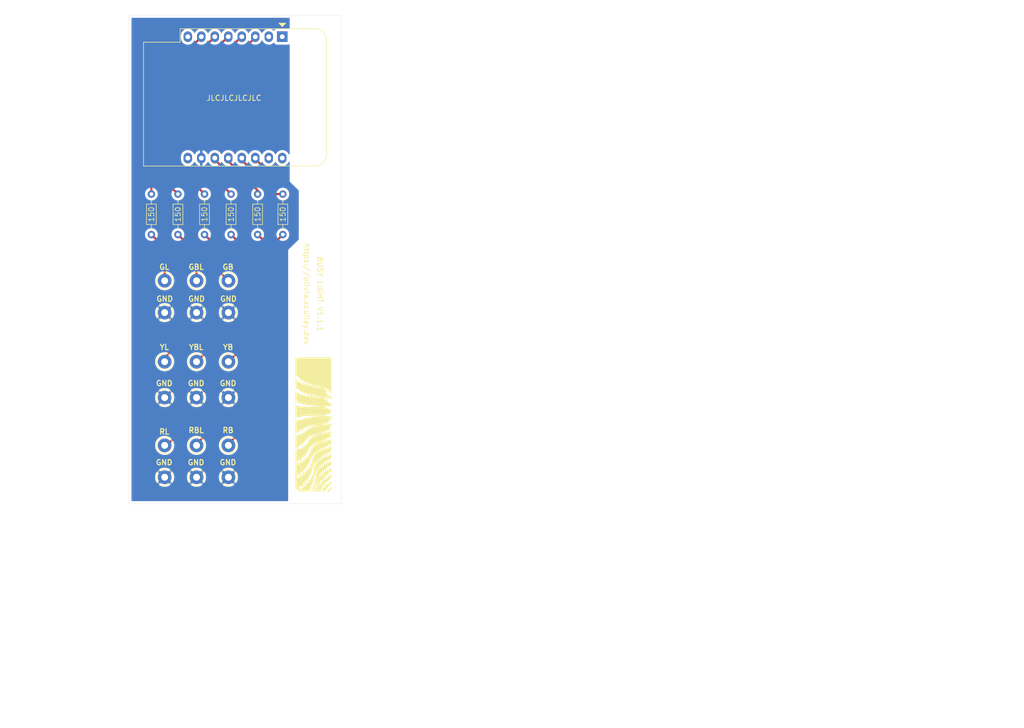
<source format=kicad_pcb>
(kicad_pcb (version 20241229) (generator "pcbnew") (generator_version "9.0")
  (layers (0 "F.Cu" signal) (4 "In1.Cu" signal) (6 "In2.Cu" signal) (2 "B.Cu" signal) (13 "F.Paste" user) (15 "B.Paste" user) (5 "F.SilkS" user "F.Silkscreen") (7 "B.SilkS" user "B.Silkscreen") (1 "F.Mask" user) (3 "B.Mask" user) (25 "Edge.Cuts" user))
  (net 0 "")
  (net 1 "/RED LIGHT CONN")
  (net 2 "GND")
  (net 3 "/RED BUTTON LIGHT CONN")
  (net 4 "/RED BUTTON")
  (net 5 "/YELLOW BUTTON")
  (net 6 "/YELLOW LIGHT CONN")
  (net 7 "/YELLOW BUTTON LIGHT CONN")
  (net 8 "/GREEN BUTTON LIGHT CONN")
  (net 9 "/GREEN LIGHT CONN")
  (net 10 "/GREEN BUTTON")
  (net 11 "/GREEN BUTTON LIGHT")
  (net 12 "/YELLOW BUTTON LIGHT")
  (net 13 "/RED BUTTON LIGHT")
  (net 14 "/RED LIGHT")
  (net 15 "/YELLOW LIGHT")
  (net 16 "/GREEN LIGHT")
  (net 17 "+3.3V")
  (footprint "Connector_Pin:Pin_D1.3mm_L11.0mm" (layer "F.Cu") (at 116.75 125.25)
    (property "Reference" "J9" (hide yes))
    (property "Value" "Conn_01x01_Pin")
  )
  (footprint "Connector_Pin:Pin_D1.3mm_L11.0mm" (layer "F.Cu") (at 116.75 132)
    (property "Reference" "J10" (hide yes))
    (property "Value" "Conn_01x01_Pin")
  )
  (footprint "Resistor_THT:R_Axial_DIN0204_L3.6mm_D1.6mm_P7.62mm_Horizontal" (layer "F.Cu") (at 128.25 93.69 -90)
    (property "Reference" "R4" (hide yes))
    (property "Value" "150" (hide yes))
  )
  (footprint "Connector_Pin:Pin_D1.3mm_L11.0mm" (layer "F.Cu") (at 110.75 147)
    (property "Reference" "J6" (hide yes))
    (property "Value" "Conn_01x01_Pin")
  )
  (footprint "Connector_Pin:Pin_D1.3mm_L11.0mm" (layer "F.Cu") (at 122.75 141)
    (property "Reference" "J5" (hide yes))
    (property "Value" "Conn_01x01_Pin")
  )
  (footprint "Connector_Pin:Pin_D1.3mm_L11.0mm" (layer "F.Cu") (at 122.75 132)
    (property "Reference" "J16" (hide yes))
    (property "Value" "Conn_01x01_Pin")
  )
  (footprint "Resistor_THT:R_Axial_DIN0204_L3.6mm_D1.6mm_P7.62mm_Horizontal" (layer "F.Cu") (at 113.25 93.69 -90)
    (property "Reference" "R1" (hide yes))
    (property "Value" "150" (hide yes))
  )
  (footprint "Resistor_THT:R_Axial_DIN0204_L3.6mm_D1.6mm_P7.62mm_Horizontal" (layer "F.Cu") (at 123.25 93.69 -90)
    (property "Reference" "R2" (hide yes))
    (property "Value" "150" (hide yes))
  )
  (footprint "Connector_Pin:Pin_D1.3mm_L11.0mm" (layer "F.Cu") (at 110.75 116)
    (property "Reference" "J2" (hide yes))
    (property "Value" "Conn_01x01_Pin")
  )
  (footprint "Connector_Pin:Pin_D1.3mm_L11.0mm" (layer "F.Cu") (at 116.75 116)
    (property "Reference" "J8" (hide yes))
    (property "Value" "Conn_01x01_Pin")
  )
  (footprint "Connector_Pin:Pin_D1.3mm_L11.0mm" (layer "F.Cu") (at 110.75 125.25)
    (property "Reference" "J7" (hide yes))
    (property "Value" "Conn_01x01_Pin")
  )
  (footprint "Resistor_THT:R_Axial_DIN0204_L3.6mm_D1.6mm_P7.62mm_Horizontal" (layer "F.Cu") (at 108.25 93.69 -90)
    (property "Reference" "R6" (hide yes))
    (property "Value" "150" (hide yes))
  )
  (footprint "Resistor_THT:R_Axial_DIN0204_L3.6mm_D1.6mm_P7.62mm_Horizontal" (layer "F.Cu") (at 133 93.69 -90)
    (property "Reference" "R3" (hide yes))
    (property "Value" "150" (hide yes))
  )
  (footprint "RF_Module:WEMOS_D1_mini_light" (layer "F.Cu") (at 132.89 64.055 -90)
    (property "Reference" "U1" (hide yes))
    (property "Value" "WEMOS_D1_mini" (hide yes))
  )
  (footprint "Connector_Pin:Pin_D1.3mm_L11.0mm" (layer "F.Cu") (at 110.75 110)
    (property "Reference" "J13" (hide yes))
    (property "Value" "Conn_01x01_Pin")
  )
  (footprint "Connector_Pin:Pin_D1.3mm_L11.0mm" (layer "F.Cu") (at 122.75 116)
    (property "Reference" "J14" (hide yes))
    (property "Value" "Conn_01x01_Pin")
  )
  (footprint "Connector_Pin:Pin_D1.3mm_L11.0mm" (layer "F.Cu") (at 116.75 147)
    (property "Reference" "J12" (hide yes))
    (property "Value" "Conn_01x01_Pin")
  )
  (footprint "Connector_Pin:Pin_D1.3mm_L11.0mm" (layer "F.Cu") (at 122.75 125.25)
    (property "Reference" "J11" (hide yes))
    (property "Value" "Conn_01x01_Pin")
  )
  (footprint "Connector_Pin:Pin_D1.3mm_L11.0mm" (layer "F.Cu") (at 110.75 141)
    (property "Reference" "J1" (hide yes))
    (property "Value" "Conn_01x01_Pin")
  )
  (footprint "Connector_Pin:Pin_D1.3mm_L11.0mm" (layer "F.Cu") (at 116.75 110)
    (property "Reference" "J15" (hide yes))
    (property "Value" "Conn_01x01_Pin")
  )
  (footprint "Connector_Pin:Pin_D1.3mm_L11.0mm" (layer "F.Cu") (at 122.75 147)
    (property "Reference" "J18" (hide yes))
    (property "Value" "Conn_01x01_Pin")
  )
  (footprint "Connector_Pin:Pin_D1.3mm_L11.0mm" (layer "F.Cu") (at 110.75 132)
    (property "Reference" "J4" (hide yes))
    (property "Value" "Conn_01x01_Pin")
  )
  (footprint "Connector_Pin:Pin_D1.3mm_L11.0mm" (layer "F.Cu") (at 122.75 110)
    (property "Reference" "J17" (hide yes))
    (property "Value" "Conn_01x01_Pin")
  )
  (footprint "Connector_Pin:Pin_D1.3mm_L11.0mm" (layer "F.Cu") (at 116.75 141)
    (property "Reference" "J3" (hide yes))
    (property "Value" "Conn_01x01_Pin")
  )
  (footprint "Resistor_THT:R_Axial_DIN0204_L3.6mm_D1.6mm_P7.62mm_Horizontal" (layer "F.Cu") (at 118.25 93.69 -90)
    (property "Reference" "R5" (hide yes))
    (property "Value" "150" (hide yes))
  )
  (gr_poly (pts (xy 142.105776 149.190527) (xy 142.105776 149.43793) (xy 142.012869 149.482019) (xy 141.91996 149.526107) (xy 141.879371 149.597479) (xy 141.838783 149.66885) (xy 141.568396 149.669052) (xy 141.298008 149.669253) (xy 141.285856 149.605682) (xy 141.273704 149.542111) (xy 141.361688 149.542025) (xy 141.449671 149.542025) (xy 141.523443 149.463052) (xy 141.597215 149.384079) (xy 141.597215 149.326028) (xy 141.597215 149.267977) (xy 141.684681 149.251568) (xy 141.772146 149.235159) (xy 141.837249 149.157788) (xy 141.902352 149.080416) (xy 141.902352 149.021469) (xy 141.902352 148.962521) (xy 142.004064 148.952822) (xy 142.105776 148.943124)) (stroke (width -0.000001)) (fill yes) (layer "F.SilkS"))
  (gr_poly (pts (xy 138.749269 124.444532) (xy 142.10577 124.444532) (xy 142.10577 127.798547) (xy 142.10577 131.15256) (xy 141.997702 131.119667) (xy 141.889633 131.086773) (xy 141.82295 131.055982) (xy 141.756268 131.02519) (xy 141.727595 130.929488) (xy 141.698922 130.833786) (xy 141.698922 130.790461) (xy 141.698922 130.747137) (xy 141.621417 130.634486) (xy 141.543911 130.521835) (xy 141.500393 130.521835) (xy 141.456875 130.521835) (xy 141.425115 130.470979) (xy 141.393356 130.420123) (xy 141.346621 130.420123) (xy 141.299887 130.420123) (xy 141.220631 130.380585) (xy 141.141375 130.341047) (xy 141.089584 130.368766) (xy 141.037793 130.396484) (xy 141.037793 130.480291) (xy 141.037793 130.564097) (xy 141.107258 130.600179) (xy 141.176724 130.636261) (xy 141.233595 130.699831) (xy 141.290467 130.763401) (xy 141.291267 130.840957) (xy 141.292066 130.918513) (xy 141.263446 130.947134) (xy 141.234823 130.975755) (xy 141.245848 131.12816) (xy 141.256872 131.280564) (xy 141.327388 131.382318) (xy 141.397903 131.484072) (xy 141.500874 131.552215) (xy 141.603843 131.620359) (xy 141.772163 131.683738) (xy 141.940481 131.747117) (xy 142.016764 131.764821) (xy 142.093048 131.782525) (xy 142.100207 132.080304) (xy 142.107366 132.378083) (xy 142.030026 132.378083) (xy 141.952685 132.378083) (xy 141.908435 132.321663) (xy 141.864184 132.265244) (xy 141.779733 132.181809) (xy 141.695282 132.098373) (xy 141.647738 132.098373) (xy 141.600193 132.098373) (xy 141.584477 132.072945) (xy 141.568762 132.047517) (xy 141.393766 132.047517) (xy 141.218771 132.047517) (xy 141.203056 132.022089) (xy 141.187339 131.996661) (xy 141.117642 131.996661) (xy 141.047944 131.996661) (xy 141.017431 132.027175) (xy 140.986917 132.057688) (xy 140.986917 132.125773) (xy 140.986917 132.193858) (xy 141.024913 132.225391) (xy 141.062908 132.256925) (xy 141.127232 132.244628) (xy 141.191555 132.232332) (xy 141.204743 132.253669) (xy 141.21793 132.275007) (xy 141.304579 132.316124) (xy 141.391227 132.357242) (xy 141.387207 132.502311) (xy 141.383186 132.647381) (xy 141.438693 132.737195) (xy 141.494201 132.827008) (xy 141.61712 132.893909) (xy 141.74004 132.96081) (xy 141.916539 133.006998) (xy 142.093037 133.053186) (xy 142.100216 133.337925) (xy 142.107395 133.622663) (xy 141.93493 133.618264) (xy 141.762464 133.613864) (xy 141.500468 133.621934) (xy 141.238473 133.630004) (xy 141.198146 133.691549) (xy 141.15782 133.753096) (xy 141.128941 133.69494) (xy 141.100061 133.636784) (xy 141.041387 133.628384) (xy 140.982713 133.619984) (xy 140.933953 133.66411) (xy 140.885194 133.708236) (xy 140.885993 133.748794) (xy 140.886793 133.789353) (xy 140.920573 133.833852) (xy 140.954353 133.878351) (xy 141.034989 133.878351) (xy 141.115625 133.878351) (xy 141.130253 133.840228) (xy 141.144882 133.802106) (xy 141.194676 133.865409) (xy 141.24447 133.928711) (xy 141.348426 133.924641) (xy 141.452383 133.920571) (xy 141.492987 133.974555) (xy 141.53359 134.02854) (xy 141.581489 134.096237) (xy 141.629389 134.163932) (xy 141.734059 134.209349) (xy 141.838728 134.254763) (xy 141.97306 134.272486) (xy 142.107392 134.290206) (xy 142.100202 134.559445) (xy 142.093013 134.828682) (xy 141.977349 134.85814) (xy 141.861685 134.887599) (xy 141.791694 134.933456) (xy 141.721705 134.979315) (xy 141.680955 135.05818) (xy 141.640205 135.137045) (xy 141.599613 135.168022) (xy 141.559022 135.198997) (xy 141.481468 135.199797) (xy 141.403912 135.200596) (xy 141.372764 135.231745) (xy 141.341615 135.262893) (xy 141.291011 135.231291) (xy 141.240406 135.199688) (xy 141.164506 135.238938) (xy 141.088606 135.278187) (xy 141.088606 135.361447) (xy 141.088606 135.444706) (xy 141.11912 135.475219) (xy 141.149635 135.505734) (xy 141.232048 135.505734) (xy 141.314459 135.505734) (xy 141.330938 135.479071) (xy 141.347416 135.452407) (xy 141.376939 135.476646) (xy 141.40646 135.500883) (xy 141.673454 135.515785) (xy 141.940449 135.530687) (xy 142.023091 135.530987) (xy 142.105732 135.531288) (xy 142.105732 135.77938) (xy 142.105732 136.027473) (xy 141.991317 136.096583) (xy 141.876902 136.165692) (xy 141.82613 136.248965) (xy 141.775358 136.332238) (xy 141.775264 136.473364) (xy 141.775169 136.614489) (xy 141.744654 136.645004) (xy 141.71414 136.675517) (xy 141.630227 136.675517) (xy 141.546315 136.675517) (xy 141.546315 136.700944) (xy 141.546315 136.726371) (xy 141.446862 136.726371) (xy 141.347412 136.726371) (xy 141.28314 136.802752) (xy 141.21887 136.879133) (xy 141.203096 136.853608) (xy 141.187321 136.828085) (xy 141.09627 136.828085) (xy 141.00522 136.828085) (xy 140.97144 136.872584) (xy 140.93766 136.917083) (xy 140.93686 136.971182) (xy 140.936061 137.025282) (xy 140.975558 137.058062) (xy 141.015055 137.090841) (xy 141.093948 137.090841) (xy 141.17284 137.090841) (xy 141.216668 137.036715) (xy 141.260498 136.982589) (xy 141.305645 137.032478) (xy 141.350793 137.082367) (xy 141.405336 137.082367) (xy 141.45988 137.082367) (xy 141.489875 137.052371) (xy 141.519871 137.022375) (xy 141.645314 137.028096) (xy 141.770756 137.033816) (xy 141.787187 137.007232) (xy 141.803617 136.980648) (xy 141.9055 136.980648) (xy 142.007383 136.980648) (xy 142.056568 136.954325) (xy 142.105752 136.928002) (xy 142.105752 137.07827) (xy 142.105752 137.228537) (xy 142.019509 137.322691) (xy 141.933267 137.416845) (xy 141.902499 137.526741) (xy 141.87173 137.636636) (xy 141.89009 137.721849) (xy 141.908453 137.807061) (xy 141.941676 137.872134) (xy 141.974899 137.937208) (xy 141.957684 137.964581) (xy 141.94047 137.991954) (xy 141.800616 138.07463) (xy 141.660762 138.157307) (xy 141.609906 138.163287) (xy 141.55905 138.169278) (xy 141.541929 138.172517) (xy 141.524809 138.175767) (xy 141.451271 138.237646) (xy 141.377731 138.299524) (xy 141.264965 138.307574) (xy 141.1522 138.315625) (xy 141.14429 138.425573) (xy 141.13638 138.535522) (xy 141.166474 138.571785) (xy 141.196571 138.608047) (xy 141.28583 138.608047) (xy 141.37509 138.608047) (xy 141.423126 138.552661) (xy 141.471163 138.497274) (xy 141.501123 138.527232) (xy 141.53108 138.557191) (xy 141.583209 138.556591) (xy 141.635336 138.555992) (xy 141.698907 138.506266) (xy 141.762477 138.456541) (xy 141.85633 138.455941) (xy 141.950186 138.455342) (xy 141.965901 138.429914) (xy 141.981616 138.404487) (xy 142.043685 138.404487) (xy 142.105755 138.404487) (xy 142.105755 138.427139) (xy 142.105755 138.449791) (xy 142.055458 138.560636) (xy 142.00516 138.671482) (xy 142.00456 138.780188) (xy 142.003961 138.888891) (xy 142.054817 139.033586) (xy 142.105673 139.17828) (xy 142.105673 139.228627) (xy 142.105673 139.278973) (xy 142.037345 139.350291) (xy 141.969018 139.421611) (xy 141.939575 139.421611) (xy 141.910131 139.421611) (xy 141.864108 139.472467) (xy 141.818084 139.523323) (xy 141.776565 139.523323) (xy 141.735047 139.523323) (xy 141.647009 139.598573) (xy 141.55897 139.673823) (xy 141.488148 139.674853) (xy 141.417327 139.675883) (xy 141.354652 139.716951) (xy 141.291976 139.758017) (xy 141.291976 139.835318) (xy 141.291976 139.912619) (xy 141.243498 139.868747) (xy 141.195021 139.824876) (xy 141.11188 139.833017) (xy 141.028741 139.841166) (xy 140.98581 139.91745) (xy 140.94288 139.993733) (xy 140.975404 140.058201) (xy 141.007928 140.122671) (xy 141.071611 140.156752) (xy 141.135293 140.190834) (xy 141.213635 140.135051) (xy 141.291976 140.079266) (xy 141.291976 140.030577) (xy 141.291976 139.981887) (xy 141.374835 140.028427) (xy 141.457695 140.074966) (xy 141.521046 140.047813) (xy 141.584397 140.020662) (xy 141.62254 139.980003) (xy 141.660682 139.939344) (xy 141.754772 139.939845) (xy 141.848863 139.940345) (xy 141.894627 139.900215) (xy 141.940391 139.860084) (xy 142.023033 139.848677) (xy 142.105674 139.837269) (xy 142.105674 140.254136) (xy 142.105674 140.671002) (xy 142.013119 140.758293) (xy 141.920564 140.845584) (xy 141.887934 140.845584) (xy 141.855305 140.845584) (xy 141.774082 140.926805) (xy 141.692861 141.008027) (xy 141.643923 141.011627) (xy 141.594985 141.015237) (xy 141.526121 141.066458) (xy 141.457257 141.117678) (xy 141.449887 141.16656) (xy 141.442517 141.21544) (xy 141.340545 141.20572) (xy 141.238574 141.19599) (xy 141.188987 141.240864) (xy 141.139401 141.28574) (xy 141.139401 141.37957) (xy 141.139401 141.473399) (xy 141.185903 141.515483) (xy 141.232405 141.557566) (xy 141.321817 141.557566) (xy 141.411228 141.557566) (xy 141.453312 141.511065) (xy 141.495396 141.464563) (xy 141.495381 141.428424) (xy 141.495365 141.392283) (xy 141.616714 141.400703) (xy 141.738063 141.409123) (xy 141.785952 141.356204) (xy 141.833844 141.303285) (xy 141.895904 141.303285) (xy 141.957965 141.303285) (xy 142.031817 141.250698) (xy 142.10567 141.198111) (xy 142.10567 141.608363) (xy 142.10567 142.018615) (xy 142.080912 142.064875) (xy 142.056155 142.111134) (xy 141.993266 142.126918) (xy 141.930377 142.142701) (xy 141.886795 142.216481) (xy 141.843212 142.290258) (xy 141.766328 142.305635) (xy 141.689444 142.321011) (xy 141.643275 142.362793) (xy 141.597106 142.404574) (xy 141.597106 142.447085) (xy 141.597106 142.489596) (xy 141.519128 142.478151) (xy 141.441151 142.466706) (xy 141.36656 142.538168) (xy 141.29197 142.609629) (xy 141.29197 142.668443) (xy 141.29197 142.727255) (xy 141.268043 142.727255) (xy 141.244116 142.727255) (xy 141.228401 142.701828) (xy 141.212684 142.6764) (xy 141.156973 142.6772) (xy 141.10126 142.677999) (xy 141.053845 142.713911) (xy 141.00643 142.749823) (xy 140.971629 142.8169) (xy 140.936828 142.883978) (xy 140.972375 142.952717) (xy 141.007922 143.021456) (xy 141.075058 143.057385) (xy 141.142192 143.093315) (xy 141.210029 143.052153) (xy 141.277867 143.01099) (xy 141.316703 142.939039) (xy 141.35554 142.867089) (xy 141.466615 142.875059) (xy 141.577688 142.883029) (xy 141.638253 142.826132) (xy 141.698818 142.769233) (xy 141.698818 142.741209) (xy 141.698818 142.713185) (xy 141.796357 142.722485) (xy 141.893896 142.731785) (xy 141.959997 142.653228) (xy 142.0261 142.574672) (xy 142.065884 142.574672) (xy 142.105667 142.574672) (xy 142.104966 142.949736) (xy 142.104266 143.3248) (xy 142.035023 143.407766) (xy 141.96578 143.490733) (xy 141.876811 143.534906) (xy 141.787841 143.57908) (xy 141.756178 143.645799) (xy 141.724514 143.712516) (xy 141.642945 143.728831) (xy 141.561376 143.745146) (xy 141.502941 143.800042) (xy 141.444505 143.854939) (xy 141.444505 143.908392) (xy 141.444505 143.961845) (xy 141.34915 143.952755) (xy 141.253794 143.943666) (xy 141.194123 144.007193) (xy 141.134454 144.070719) (xy 141.131874 144.161865) (xy 141.129293 144.25301) (xy 141.10382 144.227537) (xy 141.078347 144.202064) (xy 140.972949 144.202064) (xy 140.867549 144.202064) (xy 140.825465 144.248567) (xy 140.783381 144.295068) (xy 140.783381 144.363887) (xy 140.783381 144.432707) (xy 140.824447 144.495382) (xy 140.865515 144.558058) (xy 140.960362 144.558058) (xy 141.055207 144.558058) (xy 141.099761 144.508827) (xy 141.144316 144.459594) (xy 141.146876 144.369342) (xy 141.149436 144.279089) (xy 141.207084 144.316861) (xy 141.26473 144.354632) (xy 141.342152 144.354632) (xy 141.419572 144.354632) (xy 141.489257 144.253884) (xy 141.558943 144.153137) (xy 141.66307 144.152137) (xy 141.767199 144.151138) (xy 141.805418 144.106639) (xy 141.843637 144.062139) (xy 141.859417 144.01764) (xy 141.875198 143.973141) (xy 141.941238 143.973141) (xy 142.007276 143.973141) (xy 142.056462 143.946818) (xy 142.105645 143.920495) (xy 142.105645 144.290727) (xy 142.105645 144.660958) (xy 142.044517 144.684199) (xy 141.983389 144.70744) (xy 141.930091 144.764648) (xy 141.876794 144.821856) (xy 141.876794 144.867918) (xy 141.876794 144.91398) (xy 141.799354 144.91398) (xy 141.721914 144.91398) (xy 141.6595 144.976394) (xy 141.597085 145.038809) (xy 141.597085 145.103535) (xy 141.597085 145.168261) (xy 141.485585 145.168261) (xy 141.374082 145.168261) (xy 141.331265 145.233609) (xy 141.288447 145.298957) (xy 141.286517 145.367106) (xy 141.284587 145.435255) (xy 141.179425 145.426785) (xy 141.074263 145.418315) (xy 141.005108 145.487469) (xy 140.935954 145.556623) (xy 140.935954 145.61477) (xy 140.935954 145.672917) (xy 141.014193 145.751156) (xy 141.092433 145.829396) (xy 141.162329 145.829396) (xy 141.232225 145.829396) (xy 141.287513 145.770544) (xy 141.342802 145.711692) (xy 141.342802 145.643403) (xy 141.342802 145.575116) (xy 141.458123 145.575116) (xy 141.573445 145.575116) (xy 141.63612 145.534048) (xy 141.698796 145.492982) (xy 141.698796 145.432336) (xy 141.698796 145.371691) (xy 141.803019 145.371691) (xy 141.907243 145.371691) (xy 141.981015 145.292718) (xy 142.054786 145.213745) (xy 142.054786 145.191006) (xy 142.054786 145.168267) (xy 142.080213 145.168267) (xy 142.105641 145.168267) (xy 142.105641 145.508433) (xy 142.105641 145.848599) (xy 142.069993 145.878184) (xy 142.034346 145.907769) (xy 142.01916 145.96827) (xy 142.003974 146.028773) (xy 141.930859 146.044831) (xy 141.857743 146.06089) (xy 141.805389 146.116784) (xy 141.753033 146.172679) (xy 141.728677 146.236987) (xy 141.704321 146.301294) (xy 141.645657 146.305714) (xy 141.586994 146.310134) (xy 141.522108 146.358271) (xy 141.457223 146.406407) (xy 141.433667 146.499325) (xy 141.410112 146.592244) (xy 141.316824 146.592244) (xy 141.223538 146.592244) (xy 141.176289 146.644453) (xy 141.129042 146.696662) (xy 141.127851 146.796942) (xy 141.126661 146.897219) (xy 141.096377 146.8973) (xy 141.066093 146.897381) (xy 141.050376 146.871954) (xy 141.034661 146.846527) (xy 140.998867 146.846527) (xy 140.963073 146.846527) (xy 140.873228 146.936372) (xy 140.783383 147.026217) (xy 140.783483 147.06987) (xy 140.783584 147.11352) (xy 140.843605 147.188534) (xy 140.903625 147.263546) (xy 140.994783 147.263546) (xy 141.08594 147.263546) (xy 141.138061 147.216378) (xy 141.190182 147.169209) (xy 141.190182 147.069937) (xy 141.190182 146.970665) (xy 141.219606 146.98885) (xy 141.249029 147.007035) (xy 141.338089 147.003686) (xy 141.427148 147.000337) (xy 141.486662 146.944427) (xy 141.546176 146.888517) (xy 141.546176 146.817302) (xy 141.546176 146.746086) (xy 141.618939 146.760638) (xy 141.6917 146.77519) (xy 141.769772 146.734817) (xy 141.847843 146.694445) (xy 141.880247 146.604832) (xy 141.912652 146.515219) (xy 141.939195 146.524389) (xy 141.965737 146.53356) (xy 142.035664 146.513821) (xy 142.10559 146.494082) (xy 142.10559 146.810157) (xy 142.10559 147.126234) (xy 142.0694 147.126234) (xy 142.033209 147.126234) (xy 141.956575 147.190719) (xy 141.87994 147.255203) (xy 141.87198 147.323312) (xy 141.864019 147.391421) (xy 141.780337 147.408398) (xy 141.696655 147.425375) (xy 141.646456 147.470803) (xy 141.596258 147.516232) (xy 141.576445 147.592697) (xy 141.556631 147.669159) (xy 141.471862 147.697699) (xy 141.387094 147.726239) (xy 141.32449 147.79902) (xy 141.261886 147.871801) (xy 141.272485 147.944009) (xy 141.283084 148.016217) (xy 141.177003 148.016217) (xy 141.070921 148.016217) (xy 141.024812 148.067166) (xy 140.978703 148.118115) (xy 140.980352 148.227063) (xy 140.982002 148.33601) (xy 140.900979 148.32655) (xy 140.819956 148.317089) (xy 140.750791 148.386254) (xy 140.681625 148.455423) (xy 140.681625 148.535867) (xy 140.681625 148.616311) (xy 140.712138 148.646823) (xy 140.742652 148.677337) (xy 140.627081 148.677337) (xy 140.51151 148.677337) (xy 140.469427 148.723837) (xy 140.427344 148.77034) (xy 140.427344 148.859753) (xy 140.427344 148.949166) (xy 140.473845 148.99125) (xy 140.520347 149.033334) (xy 140.609759 149.033334) (xy 140.699171 149.033334) (xy 140.741254 148.986834) (xy 140.783337 148.940332) (xy 140.783337 148.834265) (xy 140.783337 148.728198) (xy 140.883317 148.728198) (xy 140.983299 148.728198) (xy 141.038575 148.65057) (xy 141.093852 148.572943) (xy 141.082853 148.498004) (xy 141.071855 148.423065) (xy 141.177444 148.423065) (xy 141.283033 148.423065) (xy 141.338322 148.364212) (xy 141.393611 148.305358) (xy 141.393611 148.225955) (xy 141.393611 148.146551) (xy 141.47626 148.159964) (xy 141.558909 148.173376) (xy 141.626988 148.119824) (xy 141.695066 148.066275) (xy 141.724307 147.977673) (xy 141.753547 147.889074) (xy 141.822201 147.889074) (xy 141.890855 147.889074) (xy 141.950054 147.847607) (xy 142.009254 147.806143) (xy 142.051068 147.714111) (xy 142.092881 147.622079) (xy 142.100051 147.905819) (xy 142.107222 148.18956) (xy 142.04284 148.28443) (xy 141.978459 148.3793) (xy 141.978459 148.408786) (xy 141.978459 148.438272) (xy 141.891958 148.469552) (xy 141.805456 148.500833) (xy 141.774288 148.538388) (xy 141.743119 148.575943) (xy 141.726672 148.656369) (xy 141.710223 148.736795) (xy 141.625917 148.765182) (xy 141.541612 148.793566) (xy 141.480326 148.852551) (xy 141.419042 148.911535) (xy 141.419042 148.997866) (xy 141.419042 149.084195) (xy 141.366923 149.084195) (xy 141.314804 149.084195) (xy 141.243365 149.121136) (xy 141.171925 149.158078) (xy 141.141449 149.231652) (xy 141.110974 149.305227) (xy 141.126254 149.366348) (xy 141.141532 149.427472) (xy 141.057791 149.432852) (xy 140.97405 149.438232) (xy 140.904124 149.520892) (xy 140.834198 149.603552) (xy 140.834198 149.636297) (xy 140.834198 149.669043) (xy 140.548132 149.667031) (xy 140.262067 149.66502) (xy 140.293852 149.652197) (xy 140.325637 149.63937) (xy 140.325637 149.556433) (xy 140.325637 149.473495) (xy 140.279135 149.431411) (xy 140.232633 149.389328) (xy 140.179155 149.389328) (xy 140.125675 149.389328) (xy 140.06902 149.468893) (xy 140.012364 149.548458) (xy 140.04186 149.595687) (xy 140.071356 149.642916) (xy 140.071356 149.655975) (xy 140.071356 149.669033) (xy 139.654907 149.669033) (xy 139.238458 149.669033) (xy 139.206803 149.630893) (xy 139.175148 149.592752) (xy 139.07575 149.592752) (xy 138.976353 149.592752) (xy 138.961717 149.630893) (xy 138.94708 149.669033) (xy 138.581094 149.669033) (xy 138.215108 149.669033) (xy 138.215108 149.607309) (xy 138.215108 149.545584) (xy 138.147406 149.492331) (xy 138.079705 149.439077) (xy 138.017583 149.423486) (xy 137.955461 149.407894) (xy 137.868868 149.449188) (xy 137.782274 149.490481) (xy 137.739701 149.579757) (xy 137.697129 149.669033) (xy 136.828304 149.669033) (xy 135.959478 149.669033) (xy 135.971672 149.542117) (xy 135.983867 149.4152) (xy 135.881933 149.313266) (xy 135.779999 149.211331) (xy 135.697828 149.211331) (xy 135.615657 149.211331) (xy 135.517871 149.26629) (xy 135.420085 149.321249) (xy 135.411396 149.501501) (xy 135.402706 149.68175) (xy 135.402406 148.93338) (xy 136.130188 148.93338) (xy 136.166792 149.021005) (xy 136.203404 149.10863) (xy 136.287575 149.159948) (xy 136.371747 149.211267) (xy 136.437913 149.211361) (xy 136.50408 149.211456) (xy 136.588196 149.154242) (xy 136.672313 149.097027) (xy 136.684438 149.061718) (xy 138.088144 149.061718) (xy 138.088144 149.151254) (xy 138.088144 149.240789) (xy 138.162472 149.315121) (xy 138.236801 149.38945) (xy 138.329711 149.38945) (xy 138.422621 149.38945) (xy 138.500134 149.311938) (xy 138.577645 149.234426) (xy 138.575621 149.219336) (xy 139.003553 149.219336) (xy 139.003553 149.308749) (xy 139.003553 149.398162) (xy 139.045636 149.444662) (xy 139.087718 149.491165) (xy 139.17713 149.491165) (xy 139.266542 149.491165) (xy 139.313044 149.449081) (xy 139.359545 149.406997) (xy 139.359545 149.36242) (xy 139.512116 149.36242) (xy 139.512116 149.423675) (xy 139.512116 149.48493) (xy 139.54886 149.515432) (xy 139.585601 149.545925) (xy 139.644214 149.537616) (xy 139.702827 149.529306) (xy 139.702827 149.440307) (xy 139.702827 149.351309) (xy 139.643764 149.342938) (xy 139.584702 149.334567) (xy 139.548409 149.348495) (xy 139.512116 149.36242) (xy 139.359545 149.36242) (xy 139.359545 149.317584) (xy 139.359545 149.22817) (xy 139.317462 149.181668) (xy 139.275379 149.135168) (xy 139.185968 149.135168) (xy 139.096556 149.135168) (xy 139.050054 149.177252) (xy 139.003553 149.219336) (xy 138.575621 149.219336) (xy 138.56332 149.127624) (xy 138.548995 149.020822) (xy 138.479257 148.960836) (xy 138.409522 148.900851) (xy 138.306087 148.914724) (xy 138.202651 148.928598) (xy 138.145397 148.995156) (xy 138.088144 149.061718) (xy 136.684438 149.061718) (xy 136.70581 148.999484) (xy 136.739307 148.90194) (xy 136.704819 148.8194) (xy 136.670332 148.736859) (xy 136.630358 148.705416) (xy 138.342356 148.705416) (xy 138.380887 148.779794) (xy 138.419349 148.854171) (xy 138.50167 148.876089) (xy 138.583992 148.898007) (xy 138.651451 148.875106) (xy 138.671866 148.868176) (xy 139.085453 148.868176) (xy 139.098471 148.91903) (xy 139.111489 148.969885) (xy 139.136918 149.001675) (xy 139.162348 149.033459) (xy 139.250049 149.033459) (xy 139.337749 149.033459) (xy 139.374075 148.997134) (xy 139.388891 148.982318) (xy 139.610417 148.982318) (xy 139.618477 149.052389) (xy 139.626537 149.122461) (xy 139.69011 149.122461) (xy 139.753679 149.122461) (xy 139.756896 149.094491) (xy 140.224107 149.094491) (xy 140.224107 149.186032) (xy 140.224107 149.277572) (xy 140.25462 149.308087) (xy 140.285134 149.338601) (xy 140.376675 149.338601) (xy 140.468216 149.338601) (xy 140.49873 149.30809) (xy 140.529243 149.277575) (xy 140.529243 149.186035) (xy 140.529243 149.094494) (xy 140.49873 149.06398) (xy 140.468216 149.033465) (xy 140.376675 149.033465) (xy 140.285134 149.033465) (xy 140.25462 149.06398) (xy 140.224107 149.094491) (xy 139.756896 149.094491) (xy 139.761739 149.052389) (xy 139.769799 148.982318) (xy 139.729953 148.967028) (xy 139.690108 148.951739) (xy 139.650263 148.967028) (xy 139.610417 148.982318) (xy 139.388891 148.982318) (xy 139.410401 148.960809) (xy 139.410401 148.873107) (xy 139.410401 148.785406) (xy 139.374137 148.75531) (xy 139.337874 148.725213) (xy 139.228939 148.733123) (xy 139.120005 148.741034) (xy 139.102729 148.804605) (xy 139.085453 148.868176) (xy 138.671866 148.868176) (xy 138.718909 148.852206) (xy 138.762063 148.804522) (xy 138.805217 148.756839) (xy 138.805217 148.660803) (xy 138.805217 148.564767) (xy 138.78251 148.544479) (xy 139.156141 148.544479) (xy 139.218799 148.585543) (xy 139.281475 148.626611) (xy 139.304331 148.626611) (xy 139.327186 148.626611) (xy 139.352967 148.60083) (xy 139.712292 148.60083) (xy 139.720272 148.683645) (xy 139.728253 148.766461) (xy 139.786863 148.774777) (xy 139.845476 148.783087) (xy 139.883504 148.751525) (xy 139.921532 148.719964) (xy 139.913892 148.654217) (xy 139.906252 148.58847) (xy 139.84719 148.580099) (xy 139.788127 148.571728) (xy 139.750209 148.586279) (xy 139.712292 148.60083) (xy 139.352967 148.60083) (xy 139.394224 148.559573) (xy 139.461261 148.492535) (xy 139.461261 148.453506) (xy 139.461261 148.414477) (xy 139.419178 148.367977) (xy 139.377095 148.321475) (xy 139.301198 148.321475) (xy 139.225301 148.321475) (xy 139.191522 148.365976) (xy 139.157742 148.410473) (xy 139.156942 148.477475) (xy 139.156141 148.544479) (xy 138.78251 148.544479) (xy 138.725988 148.493978) (xy 138.64676 148.42319) (xy 138.594633 148.42319) (xy 138.542506 148.42319) (xy 138.486965 148.451593) (xy 138.431423 148.479995) (xy 138.38749 148.534231) (xy 138.343556 148.588467) (xy 138.342956 148.646942) (xy 138.342356 148.705416) (xy 136.630358 148.705416) (xy 136.600251 148.681735) (xy 136.530171 148.626608) (xy 136.461109 148.626608) (xy 136.39205 148.626608) (xy 136.311157 148.654806) (xy 136.230264 148.683007) (xy 136.181346 148.775592) (xy 136.132428 148.868176) (xy 136.131308 148.900778) (xy 136.130188 148.93338) (xy 135.402406 148.93338) (xy 135.402164 148.328158) (xy 136.772746 148.328158) (xy 136.793411 148.420169) (xy 136.814075 148.512179) (xy 136.880183 148.569213) (xy 136.946292 148.626245) (xy 137.013486 148.643109) (xy 137.080681 148.659973) (xy 137.171205 148.611505) (xy 137.261728 148.563037) (xy 137.308757 148.466772) (xy 137.355783 148.370507) (xy 137.339086 148.303973) (xy 137.322386 148.237439) (xy 137.24487 148.165026) (xy 137.167353 148.092614) (xy 137.061273 148.092614) (xy 136.955194 148.092614) (xy 136.89608 148.134021) (xy 136.836967 148.175424) (xy 136.804857 148.251791) (xy 136.772746 148.328158) (xy 135.402164 148.328158) (xy 135.401918 147.713781) (xy 137.299876 147.713781) (xy 137.299876 147.838211) (xy 137.299876 147.96264) (xy 137.361244 148.033987) (xy 137.422613 148.105331) (xy 137.549285 148.105331) (xy 137.675958 148.105331) (xy 137.685915 148.096319) (xy 138.545848 148.096319) (xy 138.545848 148.192718) (xy 138.545848 148.289117) (xy 138.612888 148.356146) (xy 138.679926 148.423184) (xy 138.747084 148.423184) (xy 138.814243 148.423184) (xy 138.872362 148.382476) (xy 138.930481 148.341766) (xy 138.945037 148.303482) (xy 139.817253 148.303482) (xy 139.817253 148.334796) (xy 139.817253 148.36611) (xy 139.85373 148.396383) (xy 139.890211 148.42666) (xy 139.974513 148.41857) (xy 140.058815 148.410479) (xy 140.067175 148.322604) (xy 140.075535 148.234729) (xy 140.030532 148.201821) (xy 139.985528 148.168914) (xy 139.963746 148.168914) (xy 139.941964 148.168914) (xy 139.879608 148.236196) (xy 139.817253 148.303482) (xy 138.945037 148.303482) (xy 138.955355 148.276345) (xy 138.980229 148.210925) (xy 138.964038 148.13721) (xy 138.947847 148.063494) (xy 138.933087 148.054495) (xy 139.23889 148.054495) (xy 139.250931 148.105349) (xy 139.262971 148.156204) (xy 139.303405 148.187976) (xy 139.34384 148.21976) (xy 139.358052 148.21896) (xy 139.372263 148.218161) (xy 139.410404 148.187182) (xy 139.448546 148.156207) (xy 139.48077 148.114932) (xy 139.512995 148.073657) (xy 139.496374 148.030343) (xy 139.479753 147.98703) (xy 139.42238 147.965216) (xy 139.365007 147.943402) (xy 139.312784 147.957058) (xy 139.260561 147.970715) (xy 139.249726 148.012603) (xy 139.23889 148.054495) (xy 138.933087 148.054495) (xy 138.867632 148.014584) (xy 138.787418 147.965673) (xy 138.878832 147.965579) (xy 138.970246 147.965484) (xy 139.0148 147.916253) (xy 139.038099 147.890509) (xy 140.020674 147.890509) (xy 140.020674 147.973767) (xy 140.020674 148.057028) (xy 140.051187 148.087539) (xy 140.0817 148.118054) (xy 140.161672 148.118054) (xy 140.241644 148.118054) (xy 140.28577 148.069296) (xy 140.329897 148.020538) (xy 140.321497 147.963778) (xy 140.313097 147.907019) (xy 140.246582 147.85755) (xy 140.180066 147.808084) (xy 140.10037 147.849295) (xy 140.020674 147.890509) (xy 139.038099 147.890509) (xy 139.059354 147.867022) (xy 139.062014 147.773144) (xy 139.063675 147.714553) (xy 139.334115 147.714553) (xy 139.360443 147.763729) (xy 139.386766 147.812915) (xy 139.432787 147.812915) (xy 139.478807 147.812915) (xy 139.523119 147.763949) (xy 139.567431 147.714984) (xy 139.56223 147.687567) (xy 140.224085 147.687567) (xy 140.265173 147.750241) (xy 140.30624 147.812915) (xy 140.40858 147.812915) (xy 140.510923 147.812915) (xy 140.544702 147.768417) (xy 140.578482 147.723919) (xy 140.579282 147.66235) (xy 140.580082 147.600781) (xy 140.537999 147.554281) (xy 140.495916 147.507782) (xy 140.399533 147.507782) (xy 140.30315 147.507782) (xy 140.266318 147.57771) (xy 140.229485 147.647638) (xy 140.226785 147.667602) (xy 140.224085 147.687567) (xy 139.56223 147.687567) (xy 139.558631 147.668594) (xy 139.549832 147.622204) (xy 139.456824 147.614444) (xy 139.363816 147.606683) (xy 139.351916 147.652587) (xy 139.340016 147.698495) (xy 139.337065 147.706524) (xy 139.334115 147.714553) (xy 139.063675 147.714553) (xy 139.064675 147.679266) (xy 138.994554 147.618951) (xy 138.924434 147.558636) (xy 138.972767 147.558636) (xy 139.0211 147.558636) (xy 139.059916 147.514138) (xy 139.098732 147.469641) (xy 139.127544 147.413882) (xy 139.156356 147.358123) (xy 139.147811 147.33937) (xy 139.459378 147.33937) (xy 139.466678 147.376352) (xy 139.473978 147.413333) (xy 139.518121 147.441128) (xy 139.562267 147.46893) (xy 139.597273 147.433923) (xy 140.503809 147.433923) (xy 140.571098 147.496279) (xy 140.638381 147.558636) (xy 140.69477 147.558636) (xy 140.751161 147.558636) (xy 140.818197 147.491598) (xy 140.885235 147.42456) (xy 140.885235 147.355212) (xy 140.885235 147.285861) (xy 140.818197 147.218823) (xy 140.75116 147.151785) (xy 140.719392 147.151785) (xy 140.687624 147.151785) (xy 140.61479 147.189373) (xy 140.541956 147.226965) (xy 140.526233 147.310159) (xy 140.510509 147.393353) (xy 140.507159 147.413638) (xy 140.503809 147.433923) (xy 139.597273 147.433923) (xy 139.617009 147.414187) (xy 139.671752 147.359445) (xy 139.656081 147.318609) (xy 139.640411 147.277774) (xy 139.600745 147.262551) (xy 139.561079 147.247329) (xy 139.510229 147.29335) (xy 139.459378 147.33937) (xy 139.147811 147.33937) (xy 139.125936 147.291357) (xy 139.095516 147.224591) (xy 139.030464 147.189209) (xy 138.965412 147.153826) (xy 139.016268 147.151997) (xy 139.067124 147.150167) (xy 139.111536 147.116452) (xy 139.155947 147.082737) (xy 139.170735 147.008792) (xy 139.176159 146.981674) (xy 139.613825 146.981674) (xy 139.613825 147.027694) (xy 139.613825 147.073715) (xy 139.660571 147.09873) (xy 139.707316 147.123747) (xy 139.763646 147.109016) (xy 139.819976 147.094287) (xy 139.812256 147.017532) (xy 139.804536 146.940777) (xy 139.761525 146.913855) (xy 139.718515 146.88693) (xy 139.66617 146.934303) (xy 139.613825 146.981674) (xy 139.176159 146.981674) (xy 139.185524 146.934845) (xy 139.130835 146.865318) (xy 139.076146 146.795791) (xy 139.026242 146.795791) (xy 138.976337 146.795791) (xy 138.913661 146.836859) (xy 138.850986 146.877926) (xy 138.850986 146.968354) (xy 138.850986 147.058783) (xy 138.895485 147.108999) (xy 138.939984 147.159216) (xy 138.909475 147.169909) (xy 138.878966 147.180603) (xy 138.81412 147.23161) (xy 138.749274 147.28262) (xy 138.749274 147.353592) (xy 138.749274 147.424563) (xy 138.810945 147.486233) (xy 138.872615 147.547903) (xy 138.798461 147.580728) (xy 138.724306 147.613552) (xy 138.684194 147.69808) (xy 138.644083 147.782608) (xy 138.677607 147.841754) (xy 138.711132 147.9009) (xy 138.74767 147.929971) (xy 138.784209 147.959042) (xy 138.730696 147.976028) (xy 138.677182 147.993011) (xy 138.611515 148.044665) (xy 138.545848 148.096319) (xy 137.685915 148.096319) (xy 137.729341 148.057019) (xy 137.782724 148.008706) (xy 137.807196 147.920074) (xy 137.831668 147.831442) (xy 137.79731 147.749212) (xy 137.762953 147.666983) (xy 137.703753 147.625515) (xy 137.644553 147.584051) (xy 137.557256 147.584051) (xy 137.469958 147.584051) (xy 137.384917 147.648916) (xy 137.299876 147.713781) (xy 135.401918 147.713781) (xy 135.401807 147.436352) (xy 137.681286 147.436352) (xy 137.72364 147.508041) (xy 137.765985 147.579724) (xy 137.826548 147.607318) (xy 137.887112 147.634912) (xy 137.943129 147.634817) (xy 137.999146 147.634722) (xy 138.080408 147.585174) (xy 138.161669 147.535626) (xy 138.178472 147.446054) (xy 138.195276 147.356482) (xy 138.167138 147.275763) (xy 138.138999 147.195047) (xy 138.138999 147.189376) (xy 138.138999 147.183706) (xy 138.235829 147.168223) (xy 138.332656 147.152739) (xy 138.386512 147.095045) (xy 138.440367 147.037352) (xy 138.457035 146.970163) (xy 138.473703 146.902975) (xy 138.432838 146.823951) (xy 138.391974 146.744928) (xy 138.43977 146.744928) (xy 138.487566 146.744928) (xy 138.553821 146.683525) (xy 138.620076 146.622123) (xy 138.637812 146.551457) (xy 138.643963 146.526948) (xy 138.950306 146.526948) (xy 138.957856 146.62789) (xy 138.965406 146.728831) (xy 139.039196 146.748429) (xy 139.112978 146.768025) (xy 139.156867 146.744535) (xy 139.200756 146.721046) (xy 139.213688 146.653396) (xy 139.817247 146.653396) (xy 139.817247 146.719509) (xy 139.817247 146.785623) (xy 139.84776 146.816136) (xy 139.878273 146.84665) (xy 139.928398 146.84665) (xy 139.978524 146.84665) (xy 140.025025 146.804567) (xy 140.071527 146.762483) (xy 140.071527 146.70794) (xy 140.071527 146.653396) (xy 140.041014 146.622883) (xy 140.0105 146.592369) (xy 139.944387 146.592369) (xy 139.878273 146.592369) (xy 139.84776 146.622883) (xy 139.817247 146.653396) (xy 139.213688 146.653396) (xy 139.214219 146.650618) (xy 139.227682 146.580191) (xy 139.203722 146.535421) (xy 139.179762 146.490652) (xy 139.083183 146.490652) (xy 138.986603 146.490652) (xy 138.968455 146.508799) (xy 138.950306 146.526948) (xy 138.643963 146.526948) (xy 138.655548 146.480792) (xy 138.641038 146.45551) (xy 140.046099 146.45551) (xy 140.0789 146.500366) (xy 140.111699 146.545222) (xy 140.210714 146.537011) (xy 140.30973 146.528801) (xy 140.329315 146.455018) (xy 140.348899 146.381237) (xy 140.323005 146.332853) (xy 140.297111 146.284469) (xy 140.191689 146.292208) (xy 140.086268 146.299948) (xy 140.068718 146.363519) (xy 140.051169 146.427088) (xy 140.048639 146.441299) (xy 140.046099 146.45551) (xy 138.641038 146.45551) (xy 138.614595 146.409436) (xy 138.573642 146.338079) (xy 138.59442 146.338079) (xy 138.615198 146.338079) (xy 138.682235 146.271041) (xy 138.732215 146.221061) (xy 139.051941 146.221061) (xy 139.059531 146.298645) (xy 139.067121 146.376228) (xy 139.151425 146.38432) (xy 139.235727 146.39241) (xy 139.272208 146.362133) (xy 139.308689 146.331857) (xy 139.308689 146.27976) (xy 139.308689 146.227664) (xy 139.266606 146.181161) (xy 139.224523 146.13466) (xy 139.185967 146.13466) (xy 139.147411 146.13466) (xy 139.099676 146.177861) (xy 139.051941 146.221061) (xy 138.732215 146.221061) (xy 138.749273 146.204003) (xy 138.749273 146.108873) (xy 138.749273 146.013742) (xy 138.710454 145.981524) (xy 138.671636 145.949308) (xy 138.725466 145.921199) (xy 138.779296 145.893089) (xy 138.779579 145.892614) (xy 139.20698 145.892614) (xy 139.20698 145.959669) (xy 139.20698 146.026724) (xy 139.24599 146.059097) (xy 139.284998 146.091471) (xy 139.332095 146.066265) (xy 140.32582 146.066265) (xy 140.32662 146.132252) (xy 140.32742 146.198239) (xy 140.361216 146.242735) (xy 140.394995 146.287234) (xy 140.4984 146.287234) (xy 140.601804 146.287234) (xy 140.641137 146.208389) (xy 140.680471 146.129544) (xy 140.642346 146.055821) (xy 140.604222 145.982098) (xy 140.511522 145.982098) (xy 140.418822 145.982098) (xy 140.372321 146.024182) (xy 140.32582 146.066265) (xy 139.332095 146.066265) (xy 139.347702 146.057913) (xy 139.410404 146.024354) (xy 139.410404 145.969023) (xy 139.410404 145.913691) (xy 139.361985 145.869871) (xy 139.313564 145.826051) (xy 139.260273 145.859333) (xy 139.20698 145.892614) (xy 138.779579 145.892614) (xy 138.819521 145.825648) (xy 138.842254 145.787535) (xy 140.630953 145.787535) (xy 140.630953 145.868159) (xy 140.630953 145.948783) (xy 140.680187 145.993341) (xy 140.729418 146.037893) (xy 140.817797 146.040403) (xy 140.906176 146.042903) (xy 140.946562 146.009385) (xy 140.986947 145.975868) (xy 140.986947 145.872914) (xy 140.986947 145.769961) (xy 140.944863 145.723458) (xy 140.90278 145.676957) (xy 140.825718 145.676957) (xy 140.748656 145.676957) (xy 140.689804 145.732246) (xy 140.630953 145.787535) (xy 138.842254 145.787535) (xy 138.859746 145.758209) (xy 138.820512 145.6772) (xy 138.782677 145.599078) (xy 139.410406 145.599078) (xy 139.410406 145.663446) (xy 139.410406 145.727813) (xy 139.486689 145.727813) (xy 139.562973 145.727813) (xy 139.562973 145.663446) (xy 139.562973 145.599078) (xy 139.524831 145.58444) (xy 139.486689 145.569804) (xy 139.448548 145.58444) (xy 139.410406 145.599078) (xy 138.782677 145.599078) (xy 138.781278 145.596189) (xy 138.84156 145.531146) (xy 138.901841 145.466101) (xy 138.901841 145.401889) (xy 138.901841 145.337677) (xy 138.862886 145.294633) (xy 138.862259 145.29394) (xy 139.613825 145.29394) (xy 139.613825 145.385272) (xy 139.613825 145.476603) (xy 139.709181 145.468713) (xy 139.804536 145.460823) (xy 139.804536 145.371824) (xy 139.804536 145.282826) (xy 139.745473 145.274456) (xy 139.686411 145.266087) (xy 139.650118 145.280014) (xy 139.613825 145.29394) (xy 138.862259 145.29394) (xy 138.823932 145.251588) (xy 138.888314 145.209404) (xy 138.952697 145.167219) (xy 138.952697 145.087165) (xy 138.952697 145.028331) (xy 139.86578 145.028331) (xy 139.8733 145.117437) (xy 139.880821 145.206544) (xy 139.971214 145.214138) (xy 140.061609 145.221739) (xy 140.096344 145.156837) (xy 140.131079 145.091935) (xy 140.071443 145.028457) (xy 140.011808 144.964979) (xy 139.97047 144.964979) (xy 139.929132 144.964979) (xy 139.897456 144.996655) (xy 139.86578 145.028331) (xy 138.952697 145.028331) (xy 138.952697 145.007112) (xy 138.910614 144.960611) (xy 138.868531 144.914109) (xy 138.920404 144.914109) (xy 138.972277 144.914109) (xy 139.014917 144.849031) (xy 139.050411 144.79486) (xy 140.122389 144.79486) (xy 140.122389 144.846495) (xy 140.122389 144.898127) (xy 140.177678 144.956979) (xy 140.232967 145.015831) (xy 140.267571 145.015831) (xy 140.302175 145.015831) (xy 140.364851 144.974763) (xy 140.427526 144.933697) (xy 140.427526 144.85271) (xy 140.427526 144.771722) (xy 140.397012 144.741207) (xy 140.366499 144.710693) (xy 140.290945 144.710693) (xy 140.215392 144.710693) (xy 140.168891 144.752777) (xy 140.122389 144.79486) (xy 139.050411 144.79486) (xy 139.057558 144.783952) (xy 139.049628 144.743655) (xy 139.041698 144.70336) (xy 138.975183 144.653749) (xy 138.908667 144.604136) (xy 138.828971 144.645349) (xy 138.749275 144.686561) (xy 138.749275 144.773407) (xy 138.749275 144.86025) (xy 138.780803 144.879736) (xy 138.812332 144.899221) (xy 138.750669 144.913778) (xy 138.689005 144.928335) (xy 138.646304 145.003862) (xy 138.603604 145.079388) (xy 138.637068 145.145677) (xy 138.670533 145.211966) (xy 138.613145 145.242678) (xy 138.555757 145.273391) (xy 138.526306 145.351416) (xy 138.496855 145.42944) (xy 138.534067 145.482568) (xy 138.571278 145.535694) (xy 138.571278 145.555464) (xy 138.571278 145.575233) (xy 138.537433 145.575233) (xy 138.503588 145.575233) (xy 138.470946 145.636224) (xy 138.438305 145.697216) (xy 138.44879 145.807153) (xy 138.459274 145.917091) (xy 138.397441 145.970279) (xy 138.335607 146.023465) (xy 138.333477 146.098129) (xy 138.331346 146.172793) (xy 138.348319 146.223649) (xy 138.365291 146.274505) (xy 138.283932 146.3263) (xy 138.202573 146.378094) (xy 138.203173 146.522663) (xy 138.203772 146.667233) (xy 138.13023 146.697696) (xy 138.056688 146.728158) (xy 138.008935 146.806468) (xy 137.96118 146.884779) (xy 137.961242 146.922921) (xy 137.961303 146.961064) (xy 137.999289 147.033897) (xy 138.037274 147.10673) (xy 138.037274 147.11654) (xy 138.037274 147.12635) (xy 137.94122 147.12635) (xy 137.845166 147.12635) (xy 137.786826 147.167213) (xy 137.728487 147.208075) (xy 137.706496 147.262567) (xy 137.684506 147.317059) (xy 137.682896 147.376705) (xy 137.681286 147.436352) (xy 135.401807 147.436352) (xy 135.401546 146.783081) (xy 135.594196 146.783081) (xy 135.608277 146.858036) (xy 135.622359 146.932992) (xy 135.662109 146.993652) (xy 135.701859 147.054319) (xy 135.794013 147.092823) (xy 135.886168 147.131329) (xy 135.981382 147.102803) (xy 136.076596 147.074276) (xy 136.128816 147.00789) (xy 136.181036 146.941502) (xy 136.181036 146.820425) (xy 136.181036 146.69935) (xy 136.091572 146.620799) (xy 136.002107 146.542248) (xy 135.939912 146.526638) (xy 135.877718 146.511029) (xy 135.781453 146.558056) (xy 135.685189 146.605084) (xy 135.639693 146.694082) (xy 135.594196 146.783081) (xy 135.401546 146.783081) (xy 135.401318 146.214859) (xy 136.282739 146.214859) (xy 136.282739 146.332475) (xy 136.282739 146.450091) (xy 136.364021 146.533941) (xy 136.445293 146.617793) (xy 136.565489 146.617793) (xy 136.685684 146.617793) (xy 136.763925 146.539553) (xy 136.842166 146.461314) (xy 136.845996 146.406057) (xy 136.849826 146.350801) (xy 136.844776 146.274516) (xy 136.839726 146.198233) (xy 136.764256 146.128306) (xy 136.688787 146.05838) (xy 136.564003 146.05838) (xy 136.43922 146.05838) (xy 136.360979 146.136619) (xy 136.282739 146.214859) (xy 135.401318 146.214859) (xy 135.401169 145.842306) (xy 136.816377 145.842306) (xy 136.832607 145.918217) (xy 136.848836 145.994128) (xy 136.884003 146.047726) (xy 136.919167 146.101393) (xy 136.983576 146.13074) (xy 137.047986 146.160087) (xy 137.109163 146.160087) (xy 137.170341 146.160087) (xy 137.234284 146.130954) (xy 137.298226 146.101818) (xy 137.347447 146.002334) (xy 137.396669 145.90285) (xy 137.371355 145.811171) (xy 137.346041 145.719491) (xy 137.316075 145.689524) (xy 137.286109 145.659558) (xy 137.231092 145.630114) (xy 137.176075 145.600671) (xy 137.091762 145.601271) (xy 137.007449 145.60187) (xy 136.951508 145.645805) (xy 136.895566 145.689738) (xy 136.855971 145.766021) (xy 136.816377 145.842306) (xy 135.401169 145.842306) (xy 135.400982 145.373587) (xy 137.249033 145.373587) (xy 137.249033 145.44779) (xy 137.249033 145.521994) (xy 137.27797 145.585534) (xy 137.306922 145.649075) (xy 137.394869 145.690809) (xy 137.482816 145.732544) (xy 137.56781 145.716598) (xy 137.652803 145.700653) (xy 137.717906 145.623281) (xy 137.783009 145.545912) (xy 137.783009 145.436615) (xy 137.783009 145.327317) (xy 137.864427 145.311035) (xy 137.945846 145.294751) (xy 138.004283 145.239854) (xy 138.062718 145.184956) (xy 138.062718 145.082013) (xy 138.062718 144.979069) (xy 138.170442 144.88629) (xy 138.278166 144.79351) (xy 138.275376 144.687258) (xy 138.272586 144.581007) (xy 138.348828 144.504765) (xy 138.414726 144.438868) (xy 138.901838 144.438868) (xy 138.901838 144.495384) (xy 138.901838 144.551899) (xy 138.938324 144.58217) (xy 138.974805 144.612446) (xy 139.059107 144.604356) (xy 139.14341 144.596266) (xy 139.14341 144.596263) (xy 140.458575 144.596263) (xy 140.471593 144.647119) (xy 140.48461 144.697975) (xy 140.510041 144.729763) (xy 140.535469 144.761549) (xy 140.62317 144.761549) (xy 140.710871 144.761549) (xy 140.747196 144.725224) (xy 140.783523 144.688897) (xy 140.783523 144.601196) (xy 140.783523 144.513494) (xy 140.74726 144.483398) (xy 140.710997 144.453303) (xy 140.602062 144.461213) (xy 140.493127 144.469123) (xy 140.475851 144.532693) (xy 140.458575 144.596263) (xy 139.14341 144.596263) (xy 139.1515 144.511964) (xy 139.15959 144.427662) (xy 139.129313 144.391182) (xy 139.099036 144.354701) (xy 139.046939 144.354701) (xy 138.994841 144.354701) (xy 138.948339 144.396785) (xy 138.901838 144.438868) (xy 138.414726 144.438868) (xy 138.42507 144.428524) (xy 138.412299 144.33331) (xy 138.399528 144.238096) (xy 138.442858 144.184587) (xy 139.105265 144.184587) (xy 139.105265 144.230607) (xy 139.105265 144.276628) (xy 139.152011 144.301643) (xy 139.198756 144.32666) (xy 139.251372 144.312901) (xy 139.303988 144.299142) (xy 139.317747 144.246525) (xy 139.331507 144.19391) (xy 139.306491 144.147164) (xy 139.281474 144.100419) (xy 139.239871 144.100419) (xy 139.198268 144.100419) (xy 139.151767 144.142503) (xy 139.105265 144.184587) (xy 138.442858 144.184587) (xy 138.447258 144.179153) (xy 138.494987 144.120208) (xy 138.494987 144.022766) (xy 138.494987 143.925325) (xy 138.496791 143.922267) (xy 139.355789 143.922267) (xy 139.364029 143.964117) (xy 139.372269 144.005967) (xy 139.416761 144.033992) (xy 139.461261 144.062016) (xy 139.50576 144.033947) (xy 139.550259 144.005877) (xy 139.550259 143.957792) (xy 139.550259 143.909709) (xy 139.491197 143.901339) (xy 139.432135 143.89297) (xy 139.393962 143.907618) (xy 139.355789 143.922267) (xy 138.496791 143.922267) (xy 138.547997 143.835479) (xy 138.601007 143.745634) (xy 138.596394 143.724633) (xy 139.613831 143.724633) (xy 139.613831 143.738885) (xy 139.613831 143.753137) (xy 139.655908 143.799638) (xy 139.697991 143.846141) (xy 139.740966 143.846141) (xy 139.78394 143.846141) (xy 139.828252 143.797175) (xy 139.872564 143.748211) (xy 139.863734 143.702346) (xy 139.854904 143.65648) (xy 139.782562 143.631039) (xy 139.710221 143.605598) (xy 139.662026 143.665116) (xy 139.613831 143.724633) (xy 138.596394 143.724633) (xy 138.584827 143.671968) (xy 138.568647 143.598301) (xy 138.608101 143.583162) (xy 138.647556 143.568022) (xy 138.647556 143.532133) (xy 139.918971 143.532133) (xy 139.982439 143.591775) (xy 140.045917 143.651409) (xy 140.110819 143.616676) (xy 140.17572 143.581942) (xy 140.16812 143.491548) (xy 140.16052 143.401153) (xy 140.075627 143.393013) (xy 139.990733 143.384872) (xy 139.955652 143.43115) (xy 139.920571 143.477429) (xy 139.919771 143.50478) (xy 139.918971 143.532133) (xy 138.647556 143.532133) (xy 138.647556 143.45841) (xy 138.647556 143.348799) (xy 138.651028 143.346296) (xy 140.274898 143.346296) (xy 140.317046 143.392791) (xy 140.359129 143.439294) (xy 140.417027 143.439294) (xy 140.474924 143.439294) (xy 140.531488 143.359857) (xy 140.588053 143.28042) (xy 140.547755 143.213644) (xy 140.507456 143.14687) (xy 140.429955 143.138951) (xy 140.352454 143.131031) (xy 140.314676 143.164383) (xy 140.276898 143.197734) (xy 140.275898 143.272015) (xy 140.274898 143.346296) (xy 138.651028 143.346296) (xy 138.698412 143.312144) (xy 138.749268 143.275489) (xy 138.749268 143.179391) (xy 138.749268 143.083293) (xy 138.784485 143.083293) (xy 138.819703 143.083293) (xy 138.86077 143.020617) (xy 138.901025 142.959179) (xy 140.630952 142.959179) (xy 140.630952 143.067019) (xy 140.630952 143.174859) (xy 140.661469 143.205354) (xy 140.691983 143.235867) (xy 140.769537 143.235067) (xy 140.847093 143.234268) (xy 140.891592 143.200488) (xy 140.936091 143.166709) (xy 140.936091 143.062944) (xy 140.936091 142.959179) (xy 140.907481 142.941497) (xy 140.878869 142.923815) (xy 140.783522 142.923815) (xy 140.688173 142.923815) (xy 140.659563 142.941497) (xy 140.630952 142.959179) (xy 138.901025 142.959179) (xy 138.901836 142.957942) (xy 138.901836 142.91455) (xy 138.901836 142.871159) (xy 138.859753 142.824658) (xy 138.81767 142.778155) (xy 138.749268 142.778155) (xy 138.680866 142.778155) (xy 138.635749 142.828009) (xy 138.590633 142.877862) (xy 138.601976 142.955149) (xy 138.61332 143.032437) (xy 138.540641 143.032437) (xy 138.467962 143.032437) (xy 138.453032 143.071344) (xy 138.438102 143.11025) (xy 138.434082 143.190234) (xy 138.430062 143.270217) (xy 138.392601 143.282592) (xy 138.355137 143.294967) (xy 138.324161 143.335342) (xy 138.293184 143.375717) (xy 138.292384 143.454417) (xy 138.291584 143.533117) (xy 138.240728 143.579141) (xy 138.189872 143.625164) (xy 138.189872 143.724) (xy 138.189872 143.822834) (xy 138.139015 143.877423) (xy 138.088159 143.932009) (xy 138.088159 144.042439) (xy 138.088159 144.152868) (xy 138.049077 144.167866) (xy 138.009994 144.182862) (xy 137.970723 144.258804) (xy 137.931452 144.334745) (xy 137.946524 144.394801) (xy 137.961597 144.454856) (xy 137.899022 144.495857) (xy 137.836447 144.536857) (xy 137.808744 144.6208) (xy 137.78104 144.704744) (xy 137.785041 144.726788) (xy 137.789041 144.748831) (xy 137.786031 144.774833) (xy 137.783021 144.800836) (xy 137.698568 144.846316) (xy 137.614115 144.891796) (xy 137.583181 144.977342) (xy 137.552249 145.062887) (xy 137.568679 145.128353) (xy 137.585109 145.19382) (xy 137.49599 145.19382) (xy 137.406868 145.19382) (xy 137.327951 145.283703) (xy 137.249033 145.373587) (xy 135.400982 145.373587) (xy 135.400656 144.558967) (xy 135.418195 144.558967) (xy 135.418195 144.814096) (xy 135.507193 144.725099) (xy 135.59619 144.6361) (xy 135.59619 144.546255) (xy 135.59619 144.45641) (xy 135.570762 144.45641) (xy 135.545334 144.45641) (xy 135.545334 144.41645) (xy 135.545334 144.376492) (xy 135.509008 144.340165) (xy 135.472682 144.303839) (xy 135.445439 144.303839) (xy 135.418195 144.303839) (xy 135.418195 144.558967) (xy 135.400656 144.558967) (xy 135.40053 144.245561) (xy 135.748715 144.245561) (xy 135.811355 144.313101) (xy 135.873951 144.380644) (xy 135.941633 144.406376) (xy 136.009315 144.432109) (xy 136.094997 144.416035) (xy 136.180678 144.399961) (xy 136.257141 144.312875) (xy 136.333605 144.225788) (xy 136.333206 144.144032) (xy 136.332806 144.062275) (xy 136.301025 143.999469) (xy 136.269244 143.936662) (xy 136.180616 143.876615) (xy 136.091989 143.816569) (xy 136.006658 143.830191) (xy 135.921328 143.843812) (xy 135.859079 143.884599) (xy 135.796831 143.925386) (xy 135.774382 143.981117) (xy 135.751934 144.036848) (xy 135.750325 144.141204) (xy 135.748715 144.245561) (xy 135.40053 144.245561) (xy 135.40028 143.62117) (xy 136.333596 143.62117) (xy 136.333596 143.738786) (xy 136.333596 143.856402) (xy 136.414877 143.94028) (xy 136.496149 144.024131) (xy 136.616345 144.024131) (xy 136.736541 144.024131) (xy 136.813345 143.947328) (xy 136.890148 143.870524) (xy 136.897938 143.762974) (xy 136.905728 143.655424) (xy 137.02451 143.663684) (xy 137.143289 143.671934) (xy 137.210163 143.628118) (xy 137.277034 143.584301) (xy 137.313877 143.513057) (xy 137.35072 143.44181) (xy 137.35072 143.388893) (xy 137.35072 143.335975) (xy 137.382505 143.326185) (xy 137.414289 143.316395) (xy 137.483513 143.301249) (xy 137.552736 143.286105) (xy 137.604296 143.230761) (xy 137.655857 143.175418) (xy 137.655857 143.104246) (xy 137.655857 143.033076) (xy 137.752722 142.971926) (xy 137.849588 142.910777) (xy 137.882698 142.800268) (xy 137.915807 142.689759) (xy 137.941767 142.658908) (xy 138.800135 142.658908) (xy 138.800135 142.697464) (xy 138.800135 142.736019) (xy 138.842215 142.782511) (xy 138.884297 142.829014) (xy 138.940814 142.829014) (xy 138.997328 142.829014) (xy 139.027606 142.792533) (xy 139.057881 142.756053) (xy 139.049791 142.671749) (xy 139.041701 142.587448) (xy 138.969526 142.579188) (xy 138.89735 142.570929) (xy 138.848742 142.614918) (xy 138.800135 142.658908) (xy 137.941767 142.658908) (xy 137.976542 142.617581) (xy 138.037278 142.545401) (xy 138.037278 142.48491) (xy 138.037278 142.42442) (xy 138.057147 142.395141) (xy 139.105265 142.395141) (xy 139.105265 142.486473) (xy 139.105265 142.577804) (xy 139.200621 142.569914) (xy 139.295976 142.562023) (xy 139.295976 142.473025) (xy 139.295976 142.384027) (xy 139.236913 142.375657) (xy 139.177851 142.367288) (xy 139.141558 142.381214) (xy 139.105265 142.395141) (xy 138.057147 142.395141) (xy 138.102632 142.328115) (xy 138.167986 142.231811) (xy 138.166678 142.224968) (xy 139.410404 142.224968) (xy 139.410404 142.271815) (xy 139.410404 142.318663) (xy 139.461786 142.346164) (xy 139.513167 142.373661) (xy 139.53807 142.358271) (xy 139.562973 142.34288) (xy 139.562973 142.267298) (xy 139.562973 142.191717) (xy 139.524507 142.176956) (xy 139.486042 142.162196) (xy 139.448223 142.193582) (xy 139.410404 142.224968) (xy 138.166678 142.224968) (xy 138.157137 142.175058) (xy 138.146287 142.118304) (xy 138.193495 142.075581) (xy 138.240702 142.032859) (xy 138.240702 142.025492) (xy 139.715538 142.025492) (xy 139.715538 142.066177) (xy 139.715538 142.106861) (xy 139.746051 142.137376) (xy 139.776564 142.167889) (xy 139.844797 142.167889) (xy 139.91303 142.167889) (xy 139.927404 142.112922) (xy 139.941777 142.057956) (xy 139.916761 142.01121) (xy 139.891744 141.964465) (xy 139.834154 141.964465) (xy 139.776564 141.964465) (xy 139.746051 141.994978) (xy 139.715538 142.025492) (xy 138.240702 142.025492) (xy 138.240702 141.951744) (xy 138.240702 141.870628) (xy 138.291558 141.824604) (xy 138.294339 141.822088) (xy 140.071529 141.822088) (xy 140.071529 141.888201) (xy 140.071529 141.954315) (xy 140.102043 141.984808) (xy 140.132556 142.015322) (xy 140.184684 142.014523) (xy 140.236811 142.013723) (xy 140.281311 141.979943) (xy 140.32581 141.946164) (xy 140.32581 141.884126) (xy 140.32581 141.822088) (xy 140.295296 141.791574) (xy 140.264783 141.761059) (xy 140.19867 141.761059) (xy 140.132556 141.761059) (xy 140.102043 141.791574) (xy 140.071529 141.822088) (xy 138.294339 141.822088) (xy 138.342414 141.778579) (xy 138.342414 141.722891) (xy 138.342414 141.667202) (xy 138.370503 141.641783) (xy 140.42753 141.641783) (xy 140.42753 141.705767) (xy 140.42753 141.769752) (xy 140.469614 141.81625) (xy 140.511697 141.862753) (xy 140.56333 141.862753) (xy 140.614964 141.862753) (xy 140.673815 141.807464) (xy 140.732667 141.752175) (xy 140.732667 141.701397) (xy 140.732667 141.650619) (xy 140.690584 141.604116) (xy 140.6485 141.557615) (xy 140.584517 141.557615) (xy 140.520533 141.557615) (xy 140.474031 141.599699) (xy 140.42753 141.641783) (xy 138.370503 141.641783) (xy 138.39327 141.621179) (xy 138.444126 141.575155) (xy 138.444126 141.521008) (xy 138.444126 141.466862) (xy 138.447665 141.464772) (xy 140.783519 141.464772) (xy 140.783519 141.524804) (xy 140.783519 141.584837) (xy 140.824584 141.647509) (xy 140.865652 141.710185) (xy 140.935543 141.710185) (xy 141.005435 141.710185) (xy 141.072473 141.643148) (xy 141.139509 141.57611) (xy 141.139509 141.53219) (xy 141.139509 141.488269) (xy 141.072473 141.421231) (xy 141.005435 141.354194) (xy 140.953327 141.354194) (xy 140.901222 141.354194) (xy 140.84237 141.409483) (xy 140.783519 141.464772) (xy 138.447665 141.464772) (xy 138.52041 141.4218) (xy 138.596694 141.376738) (xy 138.596694 141.30039) (xy 138.596694 141.224043) (xy 138.621376 141.239297) (xy 138.646057 141.254551) (xy 138.723088 141.214717) (xy 138.800119 141.174882) (xy 138.800119 141.091622) (xy 138.800119 141.008363) (xy 138.769606 140.977848) (xy 138.739093 140.947335) (xy 138.663539 140.947335) (xy 138.587986 140.947335) (xy 138.541484 140.989419) (xy 138.494982 141.031503) (xy 138.494982 141.065704) (xy 138.494982 141.099905) (xy 138.43777 141.100705) (xy 138.380557 141.101504) (xy 138.338529 141.133477) (xy 138.296501 141.165451) (xy 138.28767 141.227764) (xy 138.27884 141.290078) (xy 138.227984 141.299319) (xy 138.177128 141.30856) (xy 138.132629 141.348017) (xy 138.08813 141.387475) (xy 138.08813 141.436032) (xy 138.08813 141.484588) (xy 138.011845 141.548777) (xy 137.935561 141.612966) (xy 137.935561 141.680874) (xy 137.935561 141.748782) (xy 137.886992 141.779113) (xy 137.838423 141.809445) (xy 137.820801 141.889674) (xy 137.80318 141.969903) (xy 137.742231 142.059718) (xy 137.681282 142.149533) (xy 137.681282 142.186813) (xy 137.681282 142.224093) (xy 137.617712 142.299643) (xy 137.554142 142.375192) (xy 137.554142 142.426609) (xy 137.554142 142.478027) (xy 137.477693 142.54944) (xy 137.401245 142.620852) (xy 137.385451 142.699826) (xy 137.369656 142.778799) (xy 137.309049 142.794011) (xy 137.248441 142.809222) (xy 137.197659 142.880539) (xy 137.146877 142.951855) (xy 137.131192 143.030279) (xy 137.115508 143.108703) (xy 137.034445 143.108703) (xy 136.953382 143.108703) (xy 136.880425 143.184854) (xy 136.807468 143.261004) (xy 136.793027 143.367811) (xy 136.778585 143.47462) (xy 136.636006 143.467979) (xy 136.493427 143.461338) (xy 136.413511 143.541255) (xy 136.333596 143.62117) (xy 135.40028 143.62117) (xy 135.399516 141.710182) (xy 135.418195 141.710182) (xy 135.418195 142.015319) (xy 135.481765 142.015316) (xy 135.545334 142.015316) (xy 135.545334 141.989889) (xy 135.545334 141.964462) (xy 135.585292 141.964462) (xy 135.625251 141.964462) (xy 135.661577 141.928135) (xy 135.697902 141.891809) (xy 135.697902 141.85185) (xy 135.697902 141.811892) (xy 135.72333 141.811892) (xy 135.748758 141.811892) (xy 135.748758 141.735607) (xy 135.748758 141.659324) (xy 135.72333 141.659324) (xy 135.697902 141.659324) (xy 135.697902 141.620027) (xy 135.697902 141.580729) (xy 135.635488 141.518315) (xy 135.573075 141.4559) (xy 135.533776 141.4559) (xy 135.494478 141.4559) (xy 135.494478 141.430473) (xy 135.494478 141.405046) (xy 135.456337 141.405046) (xy 135.418195 141.405046) (xy 135.418195 141.710182) (xy 135.399516 141.710182) (xy 135.399357 141.31477) (xy 135.799613 141.31477) (xy 135.799613 141.423136) (xy 135.799613 141.531504) (xy 135.873814 141.614424) (xy 135.948012 141.697465) (xy 136.092154 141.697465) (xy 136.236296 141.697465) (xy 136.298863 141.624728) (xy 136.361429 141.551989) (xy 136.376094 141.478663) (xy 136.39076 141.405339) (xy 136.526917 141.421341) (xy 136.663074 141.437344) (xy 136.752621 141.369043) (xy 136.842168 141.300741) (xy 136.842168 141.25357) (xy 136.842168 141.206398) (xy 136.961419 141.165765) (xy 137.080671 141.125132) (xy 137.139415 141.069944) (xy 137.19816 141.014756) (xy 137.19816 140.982952) (xy 137.19816 140.951147) (xy 137.304345 140.892028) (xy 137.41053 140.83291) (xy 137.416559 140.821988) (xy 138.800122 140.821988) (xy 138.800122 140.894453) (xy 138.800122 140.966919) (xy 138.863701 141.008569) (xy 138.927271 141.050221) (xy 138.992169 141.007698) (xy 139.057067 140.965176) (xy 139.049378 140.888005) (xy 139.041688 140.810835) (xy 138.967907 140.791256) (xy 138.894125 140.771678) (xy 138.847123 140.796832) (xy 138.800122 140.821988) (xy 137.416559 140.821988) (xy 137.454841 140.752635) (xy 139.105281 140.752635) (xy 139.147348 140.799127) (xy 139.189431 140.845629) (xy 139.232405 140.845629) (xy 139.275379 140.845629) (xy 139.32275 140.793284) (xy 139.370121 140.740939) (xy 139.343197 140.697929) (xy 139.316273 140.654917) (xy 139.246745 140.646667) (xy 139.177217 140.638417) (xy 139.142049 140.684814) (xy 139.106882 140.731211) (xy 139.106082 140.741923) (xy 139.105281 140.752635) (xy 137.454841 140.752635) (xy 137.459656 140.743911) (xy 137.508781 140.654913) (xy 137.54436 140.634478) (xy 137.579939 140.614044) (xy 137.63043 140.523538) (xy 139.512125 140.523538) (xy 139.512125 140.584559) (xy 139.512125 140.645581) (xy 139.582044 140.637536) (xy 139.651972 140.629486) (xy 139.660021 140.559559) (xy 139.668071 140.489633) (xy 139.607049 140.489633) (xy 139.546028 140.489633) (xy 139.529077 140.506585) (xy 139.512125 140.523538) (xy 137.63043 140.523538) (xy 137.636973 140.51181) (xy 137.694007 140.409576) (xy 137.729351 140.349301) (xy 139.868105 140.349301) (xy 139.868105 140.416355) (xy 139.868105 140.48341) (xy 139.907114 140.515786) (xy 139.946123 140.548161) (xy 140.008826 140.514602) (xy 140.071529 140.481044) (xy 140.071529 140.409951) (xy 140.071529 140.338858) (xy 140.021259 140.311953) (xy 139.970988 140.285049) (xy 139.919547 140.317175) (xy 139.868105 140.349301) (xy 137.729351 140.349301) (xy 137.763726 140.290678) (xy 137.806449 140.217816) (xy 140.224097 140.217816) (xy 140.224097 140.274331) (xy 140.224097 140.330847) (xy 140.260583 140.361119) (xy 140.297064 140.391395) (xy 140.381365 140.383305) (xy 140.465667 140.375215) (xy 140.473757 140.290911) (xy 140.481848 140.20661) (xy 140.451572 140.170129) (xy 140.421295 140.133648) (xy 140.369197 140.133648) (xy 140.317099 140.133648) (xy 140.270598 140.175732) (xy 140.224097 140.217816) (xy 137.806449 140.217816) (xy 137.833442 140.17178) (xy 137.857383 140.12095) (xy 140.606642 140.12095) (xy 140.621912 140.171806) (xy 140.637182 140.222662) (xy 140.662609 140.254428) (xy 140.688039 140.286213) (xy 140.742138 140.285414) (xy 140.796238 140.284614) (xy 140.840737 140.250834) (xy 140.885237 140.217056) (xy 140.885237 140.127616) (xy 140.885237 140.038179) (xy 140.848632 140.0078) (xy 140.812028 139.977421) (xy 140.741153 139.985621) (xy 140.670277 139.993811) (xy 140.638459 140.05738) (xy 140.606642 140.12095) (xy 137.857383 140.12095) (xy 137.870325 140.093472) (xy 137.907207 140.015162) (xy 137.946819 139.982289) (xy 137.98643 139.949415) (xy 137.98643 139.923825) (xy 137.98643 139.898234) (xy 138.080232 139.79344) (xy 138.174034 139.688646) (xy 138.20056 139.678202) (xy 138.227087 139.667758) (xy 138.259326 139.635519) (xy 138.291564 139.60328) (xy 138.291564 139.563321) (xy 138.291564 139.523362) (xy 138.362763 139.523362) (xy 138.433962 139.523362) (xy 138.464476 139.492848) (xy 138.494989 139.462335) (xy 138.494989 139.388023) (xy 138.494989 139.31371) (xy 138.53147 139.343986) (xy 138.567951 139.374263) (xy 138.650576 139.366172) (xy 138.733203 139.358082) (xy 138.751659 139.288497) (xy 138.770115 139.218913) (xy 138.758059 139.172811) (xy 138.746003 139.12671) (xy 138.696397 139.09573) (xy 138.64679 139.06475) (xy 138.57089 139.104) (xy 138.494989 139.143251) (xy 138.494989 139.211253) (xy 138.494989 139.279255) (xy 138.464475 139.248741) (xy 138.433961 139.218226) (xy 138.33755 139.218226) (xy 138.241139 139.218226) (xy 138.209379 139.269082) (xy 138.177619 139.31994) (xy 138.119271 139.31994) (xy 138.060923 139.31994) (xy 137.998247 139.361006) (xy 137.935572 139.402073) (xy 137.935572 139.437291) (xy 137.935572 139.472508) (xy 137.891072 139.472908) (xy 137.846572 139.473307) (xy 137.713076 139.609863) (xy 137.579579 139.746418) (xy 137.579579 139.77388) (xy 137.579579 139.801341) (xy 137.532037 139.826785) (xy 137.484496 139.852227) (xy 137.441846 139.942105) (xy 137.399197 140.031982) (xy 137.380444 140.031982) (xy 137.361691 140.031982) (xy 137.315888 140.10952) (xy 137.270086 140.187057) (xy 137.215052 140.248921) (xy 137.160015 140.310784) (xy 137.039232 140.435211) (xy 136.918449 140.559637) (xy 136.918449 140.588234) (xy 136.918449 140.616828) (xy 136.87395 140.617428) (xy 136.82945 140.618028) (xy 136.770799 140.663156) (xy 136.712148 140.708284) (xy 136.681801 140.768074) (xy 136.651454 140.827865) (xy 136.526612 140.859335) (xy 136.401767 140.890806) (xy 136.354404 140.95092) (xy 136.30704 141.011033) (xy 136.292023 141.079422) (xy 136.277006 141.14781) (xy 136.157282 141.133631) (xy 136.037558 141.119451) (xy 135.958271 141.160452) (xy 135.878985 141.201452) (xy 135.839299 141.258111) (xy 135.799613 141.31477) (xy 135.399357 141.31477) (xy 135.398274 138.608102) (xy 135.418193 138.608102) (xy 135.418193 138.887811) (xy 135.418193 139.167518) (xy 135.507193 139.167375) (xy 135.59619 139.167375) (xy 135.59619 139.141948) (xy 135.59619 139.11652) (xy 135.63726 139.11652) (xy 135.678329 139.11652) (xy 135.760032 139.027322) (xy 135.760046 139.027307) (xy 138.848663 139.027307) (xy 138.856183 139.116413) (xy 138.863703 139.20552) (xy 138.954097 139.213113) (xy 139.044492 139.220713) (xy 139.077509 139.159022) (xy 139.110526 139.097329) (xy 139.066831 139.030642) (xy 139.023135 138.963955) (xy 138.967575 138.963955) (xy 138.912014 138.963955) (xy 138.880339 138.995631) (xy 138.848663 139.027307) (xy 135.760046 139.027307) (xy 135.841734 138.938124) (xy 135.92403 138.966812) (xy 136.006326 138.995501) (xy 136.09765 138.980682) (xy 136.188974 138.965863) (xy 136.207174 138.948425) (xy 139.204742 138.948425) (xy 139.212222 139.000683) (xy 139.219702 139.052941) (xy 139.308692 139.060293) (xy 139.39769 139.067633) (xy 139.431212 139.013354) (xy 139.464733 138.959076) (xy 139.420915 138.910655) (xy 139.377095 138.862234) (xy 139.338539 138.862234) (xy 139.299983 138.862234) (xy 139.252363 138.905329) (xy 139.204742 138.948425) (xy 136.207174 138.948425) (xy 136.261448 138.896426) (xy 136.313521 138.846537) (xy 139.639254 138.846537) (xy 139.639254 138.862245) (xy 139.639254 138.877952) (xy 139.675906 138.92731) (xy 139.712559 138.976669) (xy 139.758547 138.948469) (xy 139.804536 138.920271) (xy 139.804536 138.862243) (xy 139.804536 138.804216) (xy 139.758547 138.776017) (xy 139.712559 138.747818) (xy 139.675906 138.797178) (xy 139.639254 138.846537) (xy 136.313521 138.846537) (xy 136.333923 138.826991) (xy 136.406745 138.821951) (xy 136.479566 138.816911) (xy 136.540081 138.797956) (xy 136.600596 138.779002) (xy 136.672483 138.718904) (xy 136.703798 138.692724) (xy 140.020672 138.692724) (xy 140.020672 138.746971) (xy 140.020672 138.801217) (xy 140.051187 138.83173) (xy 140.0817 138.862245) (xy 140.140729 138.862245) (xy 140.199759 138.862245) (xy 140.227985 138.800296) (xy 140.25621 138.738346) (xy 140.240951 138.698584) (xy 140.225693 138.658819) (xy 140.140135 138.658819) (xy 140.054576 138.658819) (xy 140.037624 138.675772) (xy 140.020672 138.692724) (xy 136.703798 138.692724) (xy 136.744371 138.658805) (xy 136.812338 138.642872) (xy 136.880306 138.626939) (xy 136.942611 138.569819) (xy 140.425559 138.569819) (xy 140.432899 138.658818) (xy 140.440239 138.747816) (xy 140.524547 138.755908) (xy 140.60885 138.763998) (xy 140.645331 138.733722) (xy 140.681812 138.703445) (xy 140.681812 138.651348) (xy 140.681812 138.599252) (xy 140.639728 138.552749) (xy 140.597645 138.506248) (xy 140.563099 138.506248) (xy 140.528553 138.506248) (xy 140.477056 138.538034) (xy 140.425559 138.569819) (xy 136.942611 138.569819) (xy 136.95659 138.557003) (xy 137.03109 138.488703) (xy 140.783514 138.488703) (xy 140.783514 138.558122) (xy 140.783514 138.62754) (xy 140.846194 138.668608) (xy 140.908869 138.709674) (xy 140.93991 138.709674) (xy 140.97095 138.709674) (xy 141.029801 138.654385) (xy 141.088653 138.599096) (xy 141.088653 138.548318) (xy 141.088653 138.497538) (xy 141.046569 138.451037) (xy 141.004486 138.404536) (xy 140.940501 138.404536) (xy 140.876516 138.404536) (xy 140.830015 138.44662) (xy 140.783514 138.488703) (xy 137.03109 138.488703) (xy 137.032874 138.487068) (xy 137.063182 138.477587) (xy 137.093489 138.468107) (xy 137.35969 138.207469) (xy 137.62589 137.946832) (xy 137.653374 137.946832) (xy 137.680858 137.946832) (xy 137.712618 137.895976) (xy 137.744379 137.84512) (xy 137.797891 137.84512) (xy 137.851403 137.84512) (xy 137.897428 137.794264) (xy 137.943452 137.743406) (xy 138.003975 137.743406) (xy 138.064499 137.743406) (xy 138.127175 137.70234) (xy 138.18985 137.661273) (xy 138.18985 137.62097) (xy 138.18985 137.580667) (xy 138.220364 137.611181) (xy 138.250877 137.641694) (xy 138.305895 137.641694) (xy 138.360912 137.641694) (xy 138.427949 137.574658) (xy 138.494987 137.50762) (xy 138.494987 137.455513) (xy 138.494987 137.403405) (xy 138.468011 137.374691) (xy 138.526039 137.374691) (xy 138.539057 137.425547) (xy 138.552075 137.476403) (xy 138.577503 137.508192) (xy 138.602934 137.539978) (xy 138.655031 137.539978) (xy 138.707128 137.539978) (xy 138.75363 137.497894) (xy 138.800132 137.45581) (xy 138.800132 137.373866) (xy 138.800132 137.345257) (xy 138.927282 137.345257) (xy 138.969355 137.391764) (xy 139.011438 137.438267) (xy 139.056622 137.438267) (xy 139.101805 137.438267) (xy 139.155316 137.363118) (xy 139.208827 137.287968) (xy 139.176119 137.234991) (xy 139.143411 137.182014) (xy 139.055417 137.189354) (xy 138.967424 137.196693) (xy 138.949883 137.260263) (xy 138.932342 137.323834) (xy 138.929812 137.334545) (xy 138.927282 137.345257) (xy 138.800132 137.345257) (xy 138.800132 137.291923) (xy 138.763651 137.261647) (xy 138.72717 137.23137) (xy 138.643867 137.23946) (xy 138.560564 137.247551) (xy 138.543302 137.311122) (xy 138.526039 137.374691) (xy 138.468011 137.374691) (xy 138.439698 137.344554) (xy 138.38441 137.285702) (xy 138.314 137.285702) (xy 138.24359 137.285702) (xy 138.209589 137.334243) (xy 138.175589 137.382786) (xy 138.038665 137.378746) (xy 137.901739 137.374705) (xy 137.891107 137.406491) (xy 137.880476 137.438276) (xy 137.784823 137.438276) (xy 137.689171 137.438276) (xy 137.643147 137.489132) (xy 137.597122 137.539988) (xy 137.531137 137.540588) (xy 137.465151 137.541188) (xy 137.401581 137.590913) (xy 137.33801 137.640638) (xy 137.316088 137.641238) (xy 137.294165 137.641838) (xy 136.993226 137.864334) (xy 136.692287 138.086828) (xy 136.582871 138.153344) (xy 136.473456 138.219862) (xy 136.407748 138.235412) (xy 136.34204 138.250962) (xy 136.245326 138.327821) (xy 136.148612 138.404679) (xy 136.056754 138.404774) (xy 135.964895 138.404869) (xy 135.884524 138.453875) (xy 135.804153 138.502882) (xy 135.789453 138.549199) (xy 135.774752 138.595515) (xy 135.718409 138.6307) (xy 135.662067 138.665887) (xy 135.652437 138.636995) (xy 135.642807 138.608102) (xy 135.5305 138.608102) (xy 135.418193 138.608102) (xy 135.398274 138.608102) (xy 135.397697 137.167034) (xy 139.359545 137.167034) (xy 139.359545 137.223254) (xy 139.359545 137.279472) (xy 139.39629 137.309967) (xy 139.433033 137.340461) (xy 139.491646 137.332151) (xy 139.550258 137.323841) (xy 139.558148 137.228485) (xy 139.566039 137.133129) (xy 139.479743 137.133129) (xy 139.393448 137.133129) (xy 139.376496 137.150082) (xy 139.359545 137.167034) (xy 135.397697 137.167034) (xy 135.397678 137.118321) (xy 139.8151 137.118321) (xy 139.822531 137.170224) (xy 139.829961 137.222125) (xy 139.896563 137.229858) (xy 139.963167 137.237577) (xy 139.977978 137.18094) (xy 139.992789 137.124302) (xy 139.979801 137.103286) (xy 139.966812 137.082272) (xy 139.90898 137.082272) (xy 139.851149 137.082272) (xy 139.833124 137.100297) (xy 139.8151 137.118321) (xy 135.397678 137.118321) (xy 135.397656 137.063079) (xy 135.397633 137.005639) (xy 140.220852 137.005639) (xy 140.228833 137.088455) (xy 140.236813 137.17127) (xy 140.325814 137.171276) (xy 140.414812 137.171276) (xy 140.414812 137.082278) (xy 140.414812 137.018696) (xy 140.58171 137.018696) (xy 140.581713 137.03141) (xy 140.581716 137.044123) (xy 140.616796 137.090414) (xy 140.651877 137.136692) (xy 140.736312 137.128552) (xy 140.820747 137.120411) (xy 140.844915 137.051254) (xy 140.869084 136.982096) (xy 140.822363 136.93047) (xy 140.775642 136.878843) (xy 140.730847 136.878843) (xy 140.686053 136.878843) (xy 140.633882 136.94877) (xy 140.58171 137.018696) (xy 140.414812 137.018696) (xy 140.414812 136.99328) (xy 140.35575 136.98491) (xy 140.296687 136.976541) (xy 140.25877 136.99109) (xy 140.220852 137.005639) (xy 135.397633 137.005639) (xy 135.397134 135.759976) (xy 135.418198 135.759976) (xy 135.418198 136.039685) (xy 135.418198 136.319393) (xy 135.479646 136.319433) (xy 135.541097 136.319433) (xy 135.551507 136.288201) (xy 135.561918 136.25697) (xy 135.788836 136.25402) (xy 136.015754 136.251071) (xy 136.087336 136.221679) (xy 136.158919 136.192288) (xy 136.234015 136.192288) (xy 136.309111 136.192288) (xy 136.499686 136.141218) (xy 136.690261 136.090149) (xy 136.925138 136.001545) (xy 137.160015 135.912944) (xy 137.215728 135.912744) (xy 137.27144 135.912544) (xy 137.287155 135.887117) (xy 137.302871 135.861689) (xy 137.388868 135.861689) (xy 137.474864 135.861689) (xy 137.49058 135.836262) (xy 137.506295 135.810835) (xy 137.627994 135.810835) (xy 137.749692 135.810835) (xy 137.79626 135.759378) (xy 137.842829 135.70792) (xy 137.868858 135.733949) (xy 137.894887 135.759977) (xy 137.989392 135.759977) (xy 138.083898 135.759977) (xy 138.134587 135.690396) (xy 138.185275 135.620813) (xy 138.234065 135.664967) (xy 138.282856 135.709121) (xy 138.361763 135.709121) (xy 138.44067 135.709121) (xy 138.494364 135.633715) (xy 138.548059 135.558308) (xy 138.527437 135.518429) (xy 138.602881 135.518429) (xy 138.638589 135.588356) (xy 138.674298 135.658282) (xy 138.757556 135.658302) (xy 138.840816 135.658302) (xy 138.871329 135.627789) (xy 138.901843 135.597274) (xy 138.901843 135.521722) (xy 138.901843 135.493013) (xy 139.05602 135.493013) (xy 139.056023 135.505726) (xy 139.056026 135.51844) (xy 139.091107 135.564727) (xy 139.126187 135.611006) (xy 139.209405 135.602865) (xy 139.292623 135.594725) (xy 139.312571 135.519561) (xy 139.332521 135.444398) (xy 139.291236 135.398779) (xy 139.280646 135.387077) (xy 139.562976 135.387077) (xy 139.562976 135.473371) (xy 139.562976 135.559666) (xy 139.658329 135.551773) (xy 139.753684 135.543882) (xy 139.761994 135.485269) (xy 139.770304 135.426657) (xy 139.73981 135.389914) (xy 139.729097 135.377006) (xy 140.020674 135.377006) (xy 140.020674 135.441374) (xy 140.020674 135.505741) (xy 140.096957 135.505741) (xy 140.173242 135.505741) (xy 140.173242 135.441374) (xy 140.173242 135.377006) (xy 140.135099 135.362368) (xy 140.096957 135.347732) (xy 140.058815 135.362368) (xy 140.020674 135.377006) (xy 139.729097 135.377006) (xy 139.709317 135.353172) (xy 139.653098 135.353172) (xy 139.596879 135.353172) (xy 139.579927 135.370124) (xy 139.562976 135.387077) (xy 139.280646 135.387077) (xy 139.249951 135.35316) (xy 139.205158 135.35316) (xy 139.160363 135.35316) (xy 139.108191 135.423086) (xy 139.05602 135.493013) (xy 138.901843 135.493013) (xy 138.901843 135.446168) (xy 138.85976 135.399667) (xy 138.817677 135.353166) (xy 138.777119 135.353965) (xy 138.736561 135.354765) (xy 138.698419 135.386326) (xy 138.660278 135.417887) (xy 138.631579 135.468159) (xy 138.602881 135.518429) (xy 138.527437 135.518429) (xy 138.509787 135.484297) (xy 138.471514 135.410287) (xy 138.404437 135.397464) (xy 138.33736 135.38464) (xy 138.292185 135.396453) (xy 138.24701 135.408267) (xy 138.214782 135.468486) (xy 138.182554 135.528703) (xy 138.133501 135.466343) (xy 138.084449 135.403984) (xy 137.992942 135.403984) (xy 137.901435 135.403984) (xy 137.85858 135.442767) (xy 137.815724 135.48155) (xy 137.783537 135.442767) (xy 137.751349 135.403984) (xy 137.669703 135.403984) (xy 137.588056 135.403984) (xy 137.571099 135.420941) (xy 137.554142 135.437898) (xy 137.342115 135.445597) (xy 137.130087 135.453297) (xy 136.903486 135.491603) (xy 136.676886 135.529908) (xy 136.371749 135.596879) (xy 136.066613 135.663848) (xy 135.926759 135.682443) (xy 135.786904 135.701037) (xy 135.715322 135.730506) (xy 135.643739 135.759976) (xy 135.530969 135.759976) (xy 135.418198 135.759976) (xy 135.397134 135.759976) (xy 135.396961 135.326141) (xy 140.427532 135.326141) (xy 140.427532 135.417549) (xy 140.427532 135.508955) (xy 140.507608 135.500994) (xy 140.587686 135.493025) (xy 140.615547 135.448526) (xy 140.643409 135.404026) (xy 140.615386 135.359527) (xy 140.587362 135.315028) (xy 140.586276 135.314814) (xy 140.781176 135.314814) (xy 140.788696 135.403921) (xy 140.796215 135.493028) (xy 140.881127 135.501162) (xy 140.966021 135.509303) (xy 141.001101 135.463024) (xy 141.036183 135.416746) (xy 141.036982 135.380606) (xy 141.037782 135.344465) (xy 140.995698 135.297964) (xy 140.953614 135.251461) (xy 140.899072 135.251461) (xy 140.844528 135.251461) (xy 140.812852 135.283139) (xy 140.781176 135.314814) (xy 140.586276 135.314814) (xy 140.544104 135.306518) (xy 140.500846 135.298008) (xy 140.464189 135.312075) (xy 140.427532 135.326141) (xy 135.396961 135.326141) (xy 135.396108 133.196479) (xy 135.418196 133.196479) (xy 135.418196 133.469529) (xy 135.51355 133.494068) (xy 135.608905 133.518605) (xy 135.964898 133.585277) (xy 136.320891 133.651949) (xy 136.435317 133.676038) (xy 136.549742 133.700126) (xy 136.76588 133.715162) (xy 136.982019 133.730198) (xy 137.069413 133.726868) (xy 137.156806 133.723538) (xy 137.230724 133.754156) (xy 137.304642 133.784774) (xy 137.379734 133.740416) (xy 137.454825 133.696058) (xy 137.516308 133.736343) (xy 137.57779 133.776628) (xy 137.646974 133.776628) (xy 137.716156 133.776628) (xy 137.77071 133.725376) (xy 137.825263 133.674125) (xy 137.871645 133.725376) (xy 137.918027 133.776628) (xy 138.017614 133.776628) (xy 138.117202 133.776628) (xy 138.159307 133.734523) (xy 138.201412 133.692417) (xy 138.201412 133.597879) (xy 138.201412 133.555656) (xy 138.291568 133.555656) (xy 138.291568 133.635628) (xy 138.291568 133.715599) (xy 138.322082 133.746113) (xy 138.352596 133.776627) (xy 138.461284 133.776627) (xy 138.569971 133.776627) (xy 138.60942 133.700342) (xy 138.615987 133.687643) (xy 138.750916 133.687643) (xy 138.788354 133.737163) (xy 138.825816 133.786698) (xy 138.917329 133.784108) (xy 139.008843 133.781518) (xy 139.033362 133.756999) (xy 139.057881 133.732479) (xy 139.049791 133.633773) (xy 139.046822 133.597541) (xy 139.257836 133.597541) (xy 139.257836 133.671447) (xy 139.257836 133.745352) (xy 139.321406 133.787004) (xy 139.384976 133.828656) (xy 139.448545 133.787004) (xy 139.507584 133.74832) (xy 139.740966 133.74832) (xy 139.795173 133.786291) (xy 139.849385 133.824263) (xy 139.9096 133.784809) (xy 139.969815 133.745356) (xy 139.969815 133.710069) (xy 140.198674 133.710069) (xy 140.198674 133.727524) (xy 140.198674 133.744978) (xy 140.231782 133.772455) (xy 140.26489 133.799932) (xy 140.322148 133.78496) (xy 140.379407 133.769986) (xy 140.371677 133.7036) (xy 140.369314 133.683279) (xy 140.577528 133.683279) (xy 140.585168 133.749026) (xy 140.592808 133.814773) (xy 140.681811 133.814775) (xy 140.770809 133.814775) (xy 140.770809 133.725775) (xy 140.770809 133.636778) (xy 140.712197 133.628468) (xy 140.653584 133.620158) (xy 140.615556 133.651719) (xy 140.577528 133.683279) (xy 140.369314 133.683279) (xy 140.363957 133.637214) (xy 140.314781 133.627874) (xy 140.265605 133.618534) (xy 140.232139 133.664302) (xy 140.198674 133.710069) (xy 139.969815 133.710069) (xy 139.969815 133.701364) (xy 139.969815 133.657373) (xy 139.922636 133.614677) (xy 139.875458 133.571981) (xy 139.83151 133.588845) (xy 139.787563 133.605709) (xy 139.765875 133.659385) (xy 139.744186 133.713061) (xy 139.742576 133.730691) (xy 139.740966 133.74832) (xy 139.507584 133.74832) (xy 139.512115 133.745352) (xy 139.512115 133.671447) (xy 139.512115 133.597541) (xy 139.448545 133.568576) (xy 139.384976 133.539612) (xy 139.321406 133.568576) (xy 139.257836 133.597541) (xy 139.046822 133.597541) (xy 139.041701 133.535067) (xy 138.935171 133.527327) (xy 138.82864 133.519587) (xy 138.789978 133.590902) (xy 138.751316 133.662216) (xy 138.751116 133.674929) (xy 138.750916 133.687643) (xy 138.615987 133.687643) (xy 138.648868 133.624058) (xy 138.60942 133.547774) (xy 138.569971 133.47149) (xy 138.477271 133.47149) (xy 138.384571 133.47149) (xy 138.338069 133.513573) (xy 138.291568 133.555656) (xy 138.201412 133.555656) (xy 138.201412 133.503342) (xy 138.167092 133.461988) (xy 138.132771 133.420633) (xy 138.038113 133.420633) (xy 137.943456 133.420633) (xy 137.898622 133.470172) (xy 137.853789 133.519712) (xy 137.790708 133.444744) (xy 137.727626 133.369777) (xy 137.645974 133.369777) (xy 137.564322 133.369777) (xy 137.535768 133.398331) (xy 137.507213 133.426886) (xy 137.427059 133.369812) (xy 137.346907 133.312738) (xy 137.252049 133.32546) (xy 137.157192 133.338183) (xy 137.109245 133.303124) (xy 137.061299 133.268064) (xy 136.986468 133.268064) (xy 136.911637 133.268064) (xy 136.806975 133.23927) (xy 136.702312 133.210475) (xy 136.395108 133.114212) (xy 136.087903 133.017947) (xy 135.937403 132.987917) (xy 135.786902 132.957887) (xy 135.602549 132.940658) (xy 135.418196 132.923429) (xy 135.418196 133.196479) (xy 135.396108 133.196479) (xy 135.394906 130.19253) (xy 135.418196 130.19253) (xy 135.418795 130.528822) (xy 135.419496 130.865114) (xy 135.590485 130.973536) (xy 135.761473 131.081958) (xy 135.850472 131.137088) (xy 135.939469 131.192218) (xy 136.104751 131.276512) (xy 136.270033 131.360806) (xy 136.305174 131.360884) (xy 136.340315 131.360963) (xy 136.424094 131.412741) (xy 136.507872 131.46452) (xy 136.593235 131.458771) (xy 136.678598 131.453022) (xy 136.760849 131.513833) (xy 136.8431 131.574645) (xy 136.94887 131.546413) (xy 137.05464 131.518181) (xy 137.102816 131.579427) (xy 137.150991 131.640672) (xy 137.252072 131.640672) (xy 137.353154 131.640672) (xy 137.415509 131.573389) (xy 137.477865 131.506106) (xy 137.477865 131.557208) (xy 137.477865 131.60831) (xy 137.544902 131.675347) (xy 137.61194 131.742385) (xy 137.679999 131.742385) (xy 137.748059 131.742385) (xy 137.808962 131.678816) (xy 137.936787 131.678816) (xy 137.982036 131.737728) (xy 138.027364 131.796646) (xy 138.139316 131.788587) (xy 138.251269 131.780527) (xy 138.300155 131.687387) (xy 138.332715 131.625355) (xy 138.441739 131.625355) (xy 138.449329 131.713764) (xy 138.456919 131.802172) (xy 138.533136 131.84517) (xy 138.60942 131.888168) (xy 138.660276 131.863154) (xy 138.711132 131.838141) (xy 138.755065 131.783904) (xy 138.798999 131.729666) (xy 138.799079 131.724836) (xy 138.952698 131.724836) (xy 138.952698 131.776469) (xy 138.952698 131.828102) (xy 139.007988 131.886955) (xy 139.063276 131.945806) (xy 139.101704 131.945806) (xy 139.140132 131.945806) (xy 139.198983 131.890519) (xy 139.257835 131.83523) (xy 139.257835 131.768463) (xy 139.257835 131.766215) (xy 139.461267 131.766215) (xy 139.461267 131.834938) (xy 139.461267 131.903662) (xy 139.503343 131.950164) (xy 139.545426 131.996666) (xy 139.588401 131.996666) (xy 139.631375 131.996666) (xy 139.675365 131.948059) (xy 139.690169 131.9317) (xy 139.918961 131.9317) (xy 139.918961 131.943112) (xy 139.918961 131.954523) (xy 139.961044 132.001023) (xy 140.003127 132.047525) (xy 140.041683 132.047525) (xy 140.080239 132.047525) (xy 140.12674 132.005442) (xy 140.173242 131.963359) (xy 140.173242 131.95204) (xy 140.376675 131.95204) (xy 140.376675 131.998888) (xy 140.376675 132.045736) (xy 140.423636 132.070869) (xy 140.470596 132.096001) (xy 140.49992 132.066678) (xy 140.529243 132.037354) (xy 140.529243 131.978072) (xy 140.529243 131.969638) (xy 140.732667 131.969638) (xy 140.732667 132.061045) (xy 140.732667 132.152452) (xy 140.812744 132.144491) (xy 140.89282 132.136521) (xy 140.920683 132.092022) (xy 140.948545 132.047522) (xy 140.920521 132.003023) (xy 140.892498 131.958524) (xy 140.84924 131.950014) (xy 140.805981 131.941504) (xy 140.769323 131.955571) (xy 140.732667 131.969638) (xy 140.529243 131.969638) (xy 140.529243 131.918789) (xy 140.490777 131.904028) (xy 140.452311 131.889267) (xy 140.414493 131.920654) (xy 140.376675 131.95204) (xy 140.173242 131.95204) (xy 140.173242 131.937516) (xy 140.173242 131.911676) (xy 140.131158 131.865174) (xy 140.089075 131.818673) (xy 140.043602 131.818673) (xy 139.99813 131.818673) (xy 139.958545 131.875186) (xy 139.918961 131.9317) (xy 139.690169 131.9317) (xy 139.719354 131.899451) (xy 139.711093 131.827276) (xy 139.702833 131.7551) (xy 139.617771 131.74695) (xy 139.53271 131.7388) (xy 139.496989 131.752507) (xy 139.461267 131.766215) (xy 139.257835 131.766215) (xy 139.257835 131.701697) (xy 139.227321 131.671183) (xy 139.196807 131.64067) (xy 139.121254 131.64067) (xy 139.045701 131.64067) (xy 138.999199 131.682753) (xy 138.952698 131.724836) (xy 138.799079 131.724836) (xy 138.799599 131.693162) (xy 138.800199 131.656659) (xy 138.74491 131.597808) (xy 138.689622 131.538956) (xy 138.613415 131.538956) (xy 138.537209 131.538956) (xy 138.489474 131.582156) (xy 138.441739 131.625355) (xy 138.332715 131.625355) (xy 138.349042 131.594248) (xy 138.293146 131.515748) (xy 138.23725 131.437249) (xy 138.139389 131.437249) (xy 138.04153 131.437249) (xy 137.989358 131.507177) (xy 137.937187 131.577103) (xy 137.936987 131.62796) (xy 137.936787 131.678816) (xy 137.808962 131.678816) (xy 137.816387 131.671067) (xy 137.884715 131.599748) (xy 137.884715 131.541495) (xy 137.884715 131.483242) (xy 137.832127 131.409389) (xy 137.779539 131.335537) (xy 137.687555 131.335537) (xy 137.59557 131.335537) (xy 137.536718 131.390825) (xy 137.477867 131.446114) (xy 137.477867 131.395255) (xy 137.477867 131.344399) (xy 137.420654 131.2929) (xy 137.363441 131.2414) (xy 137.320398 131.226255) (xy 137.277356 131.211109) (xy 137.199567 131.233419) (xy 137.121778 131.255728) (xy 137.095644 131.206897) (xy 137.06951 131.158065) (xy 136.992709 131.118349) (xy 136.915908 131.078633) (xy 136.871401 131.092759) (xy 136.826894 131.106885) (xy 136.740591 131.043213) (xy 136.654289 130.979541) (xy 136.610324 130.979541) (xy 136.566358 130.979541) (xy 136.49448 130.921338) (xy 136.422602 130.863135) (xy 136.359033 130.831796) (xy 136.295462 130.800457) (xy 136.206464 130.736875) (xy 136.117466 130.673294) (xy 136.044752 130.616636) (xy 135.972038 130.559978) (xy 135.874131 130.483694) (xy 135.779495 130.409958) (xy 140.783538 130.409958) (xy 140.814033 130.440472) (xy 140.844548 130.470986) (xy 140.909629 130.470986) (xy 140.974711 130.470986) (xy 141.006837 130.419544) (xy 141.038963 130.368102) (xy 141.012059 130.317832) (xy 140.985154 130.267561) (xy 140.918925 130.267561) (xy 140.852696 130.267561) (xy 140.818917 130.31206) (xy 140.785137 130.356559) (xy 140.784338 130.383259) (xy 140.783538 130.409958) (xy 135.779495 130.409958) (xy 135.776225 130.40741) (xy 135.661252 130.324319) (xy 135.54628 130.241228) (xy 135.482238 130.216879) (xy 135.418196 130.19253) (xy 135.394906 130.19253) (xy 135.394699 129.675851) (xy 138.088155 129.675851) (xy 138.140846 129.74285) (xy 138.193548 129.809849) (xy 138.291683 129.809849) (xy 138.389819 129.809849) (xy 138.442407 129.735997) (xy 138.473147 129.692826) (xy 138.645096 129.692826) (xy 138.652686 129.782943) (xy 138.660276 129.873061) (xy 138.725401 129.90411) (xy 138.790525 129.935161) (xy 138.86381 129.915561) (xy 138.937097 129.895961) (xy 138.951218 129.843162) (xy 139.156121 129.843162) (xy 139.156121 129.894796) (xy 139.156121 129.946429) (xy 139.211409 130.005282) (xy 139.266698 130.064134) (xy 139.301302 130.064134) (xy 139.335906 130.064134) (xy 139.398582 130.023067) (xy 139.461257 129.982) (xy 139.461257 129.968649) (xy 139.664675 129.968649) (xy 139.664675 130.036734) (xy 139.664675 130.104818) (xy 139.695195 130.135335) (xy 139.725708 130.165849) (xy 139.777835 130.165039) (xy 139.829963 130.164228) (xy 139.876242 130.129148) (xy 139.92252 130.094067) (xy 139.922416 130.092985) (xy 140.119339 130.092985) (xy 140.127218 130.158638) (xy 140.135098 130.22429) (xy 140.179599 130.252153) (xy 140.224098 130.280015) (xy 140.268597 130.252153) (xy 140.313096 130.22429) (xy 140.316577 130.189679) (xy 140.529243 130.189679) (xy 140.529243 130.267559) (xy 140.529243 130.345439) (xy 140.567708 130.360202) (xy 140.606174 130.374962) (xy 140.643992 130.343576) (xy 140.681811 130.312189) (xy 140.681811 130.250934) (xy 140.681811 130.189679) (xy 140.643668 130.175043) (xy 140.605526 130.160407) (xy 140.567385 130.175043) (xy 140.529243 130.189679) (xy 140.316577 130.189679) (xy 140.320816 130.147535) (xy 140.328537 130.070781) (xy 140.272206 130.05605) (xy 140.215876 130.041319) (xy 140.167607 130.067152) (xy 140.119339 130.092985) (xy 139.922416 130.092985) (xy 139.91438 130.009173) (xy 139.90624 129.924279) (xy 139.821939 129.916188) (xy 139.737637 129.908096) (xy 139.701156 129.938372) (xy 139.664675 129.968649) (xy 139.461257 129.968649) (xy 139.461257 129.901012) (xy 139.461257 129.820024) (xy 139.430744 129.78951) (xy 139.40023 129.758996) (xy 139.324677 129.758996) (xy 139.249123 129.758996) (xy 139.202622 129.801079) (xy 139.156121 129.843162) (xy 138.951218 129.843162) (xy 138.956697 129.822675) (xy 138.976297 129.749388) (xy 138.94525 129.684265) (xy 138.914202 129.619141) (xy 138.82936 129.610995) (xy 138.744518 129.60285) (xy 138.694807 129.647837) (xy 138.645096 129.692826) (xy 138.473147 129.692826) (xy 138.494994 129.662144) (xy 138.494994 129.620676) (xy 138.494994 129.579208) (xy 138.453928 129.516532) (xy 138.412861 129.453857) (xy 138.30348 129.453857) (xy 138.194099 129.453857) (xy 138.141928 129.523784) (xy 138.089756 129.593711) (xy 138.088955 129.634781) (xy 138.088155 129.675851) (xy 135.394699 129.675851) (xy 135.394097 128.169744) (xy 135.418193 128.169744) (xy 135.418193 128.563878) (xy 135.469908 128.563877) (xy 135.521622 128.563877) (xy 135.573261 128.651398) (xy 135.6249 128.738919) (xy 135.738686 128.782375) (xy 135.852472 128.82583) (xy 135.901668 128.89492) (xy 135.950864 128.964009) (xy 136.027632 128.995807) (xy 136.104399 129.027606) (xy 136.155941 129.014127) (xy 136.207482 129.000648) (xy 136.243209 129.069735) (xy 136.278933 129.138821) (xy 136.345607 129.1692) (xy 136.412281 129.199578) (xy 136.468297 129.199189) (xy 136.524314 129.198799) (xy 136.561489 129.175286) (xy 136.598664 129.151773) (xy 136.651167 129.245603) (xy 136.70367 129.339433) (xy 136.798831 129.363107) (xy 136.893991 129.386781) (xy 136.921724 129.366257) (xy 137.070986 129.366257) (xy 137.110708 129.422917) (xy 137.150394 129.479576) (xy 137.225134 129.518225) (xy 137.299875 129.556875) (xy 137.372383 129.51938) (xy 137.444892 129.481884) (xy 137.48681 129.41791) (xy 137.508075 129.385454) (xy 137.579584 129.385454) (xy 137.580184 129.464154) (xy 137.580783 129.542855) (xy 137.629116 129.605847) (xy 137.67752 129.668839) (xy 137.779089 129.668839) (xy 137.880659 129.668839) (xy 137.933546 129.620977) (xy 137.986433 129.573114) (xy 137.986433 129.479284) (xy 137.986433 129.385454) (xy 137.941934 129.349728) (xy 137.897435 129.314002) (xy 137.840222 129.282001) (xy 137.783009 129.25) (xy 137.725796 129.282001) (xy 137.668583 129.314002) (xy 137.624083 129.349728) (xy 137.579584 129.385454) (xy 137.508075 129.385454) (xy 137.528728 129.353934) (xy 137.528728 129.304134) (xy 137.528728 129.254335) (xy 137.462898 129.1761) (xy 137.397067 129.097865) (xy 137.299458 129.097865) (xy 137.20185 129.097865) (xy 137.136718 129.180506) (xy 137.071586 129.263147) (xy 137.071286 129.314702) (xy 137.070986 129.366257) (xy 136.921724 129.366257) (xy 136.963433 129.335392) (xy 137.032875 129.284003) (xy 137.066479 129.215463) (xy 137.100083 129.146923) (xy 137.077233 129.077896) (xy 137.054382 129.008869) (xy 136.967822 128.950228) (xy 136.881261 128.891587) (xy 136.842642 128.902844) (xy 136.804022 128.914101) (xy 136.760797 128.931932) (xy 136.717572 128.949762) (xy 136.680309 128.860579) (xy 136.643046 128.771396) (xy 136.591708 128.743921) (xy 136.540371 128.716446) (xy 136.464927 128.716446) (xy 136.389483 128.716446) (xy 136.337822 128.628888) (xy 136.286162 128.541329) (xy 136.185758 128.514292) (xy 136.085353 128.487257) (xy 136.053269 128.4098) (xy 136.021186 128.332344) (xy 135.923114 128.282312) (xy 135.825042 128.232279) (xy 135.825042 128.20108) (xy 135.825042 128.169879) (xy 135.704258 128.052546) (xy 135.583475 127.935211) (xy 135.524328 127.85541) (xy 135.465181 127.775609) (xy 135.441687 127.775609) (xy 135.418193 127.775609) (xy 135.418193 128.169744) (xy 135.394097 128.169744) (xy 135.392606 124.444409)) (stroke (width -0.000001)) (fill yes) (layer "F.SilkS"))
  (gr_line (start 144 152) (end 104 152) (stroke (width 0.0381)) (layer "Edge.Cuts"))
  (gr_line (start 104 60) (end 144 60) (stroke (width 0.0381)) (layer "Edge.Cuts"))
  (gr_line (start 104 152) (end 104 60) (stroke (width 0.0381)) (layer "Edge.Cuts"))
  (gr_line (start 144 60) (end 144 152) (stroke (width 0.0381)) (layer "Edge.Cuts"))
  (gr_text "BUSY LIGHT V1.1.1" (at 140 112.5 270) (layer "F.SilkS") (effects (font (size 1 1))))
  (gr_text "YL" (at 109.716667 123.1 0) (layer "F.SilkS") (effects (font (size 1 1) (thickness 0.2) (bold yes)) (justify left bottom)))
  (gr_text "150" (at 118.25 97.5 90) (layer "F.SilkS") (effects (font (size 1 1) (thickness 0.125))))
  (gr_text "GND" (at 109.1 114 0) (layer "F.SilkS") (effects (font (size 1 1) (thickness 0.2) (bold yes)) (justify left bottom)))
  (gr_text "150" (at 113.25 97.5 90) (layer "F.SilkS") (effects (font (size 1 1) (thickness 0.125))))
  (gr_text "GND" (at 115 144.8 0) (layer "F.SilkS") (effects (font (size 1 1) (thickness 0.2) (bold yes)) (justify left bottom)))
  (gr_text "GND" (at 115.1 114 0) (layer "F.SilkS") (effects (font (size 1 1) (thickness 0.2) (bold yes)) (justify left bottom)))
  (gr_text "GND" (at 109 144.8 0) (layer "F.SilkS") (effects (font (size 1 1) (thickness 0.2) (bold yes)) (justify left bottom)))
  (gr_text "150" (at 128.25 97.5 90) (layer "F.SilkS") (effects (font (size 1 1) (thickness 0.125))))
  (gr_text "150" (at 133 97.5 90) (layer "F.SilkS") (effects (font (size 1 1) (thickness 0.125))))
  (gr_text "150" (at 108.25 97.5 90) (layer "F.SilkS") (effects (font (size 1 1) (thickness 0.125))))
  (gr_text "GB" (at 121.55 108 0) (layer "F.SilkS") (effects (font (size 1 1) (thickness 0.2) (bold yes)) (justify left bottom)))
  (gr_text "https://olivia.sculley.dev" (at 137.5 112.5 270) (layer "F.SilkS") (effects (font (size 1 1))))
  (gr_text "YB" (at 121.621429 123.1 0) (layer "F.SilkS") (effects (font (size 1 1) (thickness 0.2) (bold yes)) (justify left bottom)))
  (gr_text "RB" (at 121.55 138.75 0) (layer "F.SilkS") (effects (font (size 1 1) (thickness 0.2) (bold yes)) (justify left bottom)))
  (gr_text "GBL" (at 115.145238 108 0) (layer "F.SilkS") (effects (font (size 1 1) (thickness 0.2) (bold yes)) (justify left bottom)))
  (gr_text "GND" (at 121.026191 129.9 0) (layer "F.SilkS") (effects (font (size 1 1) (thickness 0.2) (bold yes)) (justify left bottom)))
  (gr_text "JLCJLCJLCJLC" (at 123.8 75.6 0) (layer "F.SilkS") (effects (font (size 1 1))))
  (gr_text "GND" (at 121 144.8 0) (layer "F.SilkS") (effects (font (size 1 1) (thickness 0.2) (bold yes)) (justify left bottom)))
  (gr_text "RBL" (at 115.145238 138.75 0) (layer "F.SilkS") (effects (font (size 1 1) (thickness 0.2) (bold yes)) (justify left bottom)))
  (gr_text "150" (at 123.25 97.5 90) (layer "F.SilkS") (effects (font (size 1 1) (thickness 0.125))))
  (gr_text "GND" (at 115.026191 129.9 0) (layer "F.SilkS") (effects (font (size 1 1) (thickness 0.2) (bold yes)) (justify left bottom)))
  (gr_text "GND" (at 121.1 114 0) (layer "F.SilkS") (effects (font (size 1 1) (thickness 0.2) (bold yes)) (justify left bottom)))
  (gr_text "GND" (at 109.026191 129.9 0) (layer "F.SilkS") (effects (font (size 1 1) (thickness 0.2) (bold yes)) (justify left bottom)))
  (gr_text "RL" (at 109.645238 139 0) (layer "F.SilkS") (effects (font (size 1 1) (thickness 0.2) (bold yes)) (justify left bottom)))
  (gr_text "GL" (at 109.645238 108 0) (layer "F.SilkS") (effects (font (size 1 1) (thickness 0.2) (bold yes)) (justify left bottom)))
  (gr_text "YBL" (at 115.216667 123.1 0) (layer "F.SilkS") (effects (font (size 1 1) (thickness 0.2) (bold yes)) (justify left bottom)))
  (segment (start 111.132092 141) (end 110.75 141) (width 0.4) (layer "F.Cu") (net 1))
  (segment (start 129.5 102.56) (end 129.5 131) (width 0.4) (layer "F.Cu") (net 1))
  (segment (start 115.882092 136.25) (end 111.132092 141) (width 0.4) (layer "F.Cu") (net 1))
  (segment (start 129.5 131) (end 124.25 136.25) (width 0.4) (layer "F.Cu") (net 1))
  (segment (start 128.25 101.31) (end 129.5 102.56) (width 0.4) (layer "F.Cu") (net 1))
  (segment (start 124.25 136.25) (end 115.882092 136.25) (width 0.4) (layer "F.Cu") (net 1))
  (segment (start 124.5 137.5) (end 120 137.5) (width 0.4) (layer "F.Cu") (net 3))
  (segment (start 131.5 130.5) (end 124.5 137.5) (width 0.4) (layer "F.Cu") (net 3))
  (segment (start 116.75 140.75) (end 116.75 141) (width 0.4) (layer "F.Cu") (net 3))
  (segment (start 133 101.31) (end 131.5 102.81) (width 0.4) (layer "F.Cu") (net 3))
  (segment (start 120 137.5) (end 116.75 140.75) (width 0.4) (layer "F.Cu") (net 3))
  (segment (start 131.5 102.81) (end 131.5 130.5) (width 0.4) (layer "F.Cu") (net 3))
  (segment (start 132.75 92) (end 133.75 92) (width 0.4) (layer "F.Cu") (net 4))
  (segment (start 133.75 92) (end 135 93.25) (width 0.4) (layer "F.Cu") (net 4))
  (segment (start 135 102.000001) (end 133.25 103.750001) (width 0.4) (layer "F.Cu") (net 4))
  (segment (start 127.81 86.915) (end 127.81 87.06) (width 0.4) (layer "F.Cu") (net 4))
  (segment (start 122.75 140.75) (end 122.75 141) (width 0.4) (layer "F.Cu") (net 4))
  (segment (start 127.81 87.06) (end 132.75 92) (width 0.4) (layer "F.Cu") (net 4))
  (segment (start 133.25 103.750001) (end 133.25 130.25) (width 0.4) (layer "F.Cu") (net 4))
  (segment (start 133.25 130.25) (end 122.75 140.75) (width 0.4) (layer "F.Cu") (net 4))
  (segment (start 135 93.25) (end 135 102.000001) (width 0.4) (layer "F.Cu") (net 4))
  (segment (start 120.19 87.19) (end 125.5 92.5) (width 0.4) (layer "F.Cu") (net 5))
  (segment (start 120.19 86.915) (end 120.19 87.19) (width 0.4) (layer "F.Cu") (net 5))
  (segment (start 127.5 103.5) (end 127.5 120.5) (width 0.4) (layer "F.Cu") (net 5))
  (segment (start 125.5 101.5) (end 127.5 103.5) (width 0.4) (layer "F.Cu") (net 5))
  (segment (start 127.5 120.5) (end 122.75 125.25) (width 0.4) (layer "F.Cu") (net 5))
  (segment (start 125.5 92.5) (end 125.5 101.5) (width 0.4) (layer "F.Cu") (net 5))
  (segment (start 114.5 120.75) (end 110.75 124.5) (width 0.4) (layer "F.Cu") (net 6))
  (segment (start 119.75 117.950625) (end 116.950625 120.75) (width 0.4) (layer "F.Cu") (net 6))
  (segment (start 116.950625 120.75) (end 114.5 120.75) (width 0.4) (layer "F.Cu") (net 6))
  (segment (start 118.25 101.31) (end 119.75 102.81) (width 0.4) (layer "F.Cu") (net 6))
  (segment (start 119.75 102.81) (end 119.75 117.950625) (width 0.4) (layer "F.Cu") (net 6))
  (segment (start 110.75 124.5) (end 110.75 125.25) (width 0.4) (layer "F.Cu") (net 6))
  (segment (start 123.25 101.31) (end 126.25 104.31) (width 0.4) (layer "F.Cu") (net 7))
  (segment (start 126.25 104.31) (end 126.25 118) (width 0.4) (layer "F.Cu") (net 7))
  (segment (start 121 121) (end 116.75 125.25) (width 0.4) (layer "F.Cu") (net 7))
  (segment (start 123.25 121) (end 121 121) (width 0.4) (layer "F.Cu") (net 7))
  (segment (start 126.25 118) (end 123.25 121) (width 0.4) (layer "F.Cu") (net 7))
  (segment (start 113.25 101.31) (end 116.75 104.81) (width 0.4) (layer "F.Cu") (net 8))
  (segment (start 116.75 104.81) (end 116.75 110.05) (width 0.4) (layer "F.Cu") (net 8))
  (segment (start 108.25 101.31) (end 110.75 103.81) (width 0.4) (layer "F.Cu") (net 9))
  (segment (start 110.75 103.81) (end 110.75 110.05) (width 0.4) (layer "F.Cu") (net 9))
  (segment (start 121.25 108.5) (end 122.75 110) (width 0.4) (layer "F.Cu") (net 10))
  (segment (start 113.75 91) (end 118.75 91) (width 0.4) (layer "F.Cu") (net 10))
  (segment (start 125.195 64.055) (end 112 77.25) (width 0.4) (layer "F.Cu") (net 10))
  (segment (start 112 89.25) (end 113.75 91) (width 0.4) (layer "F.Cu") (net 10))
  (segment (start 121.25 93.5) (end 121.25 108.5) (width 0.4) (layer "F.Cu") (net 10))
  (segment (start 125.27 64.055) (end 125.195 64.055) (width 0.4) (layer "F.Cu") (net 10))
  (segment (start 118.75 91) (end 121.25 93.5) (width 0.4) (layer "F.Cu") (net 10))
  (segment (start 112 77.25) (end 112 89.25) (width 0.4) (layer "F.Cu") (net 10))
  (segment (start 109.5 89.94) (end 113.25 93.69) (width 0.4) (layer "F.Cu") (net 11))
  (segment (start 120.19 64.06) (end 109.5 74.75) (width 0.4) (layer "F.Cu") (net 11))
  (segment (start 120.19 64.055) (end 120.19 64.06) (width 0.4) (layer "F.Cu") (net 11))
  (segment (start 109.5 74.75) (end 109.5 89.94) (width 0.4) (layer "F.Cu") (net 11))
  (segment (start 114.5 90) (end 119.56 90) (width 0.4) (layer "F.Cu") (net 12))
  (segment (start 119.56 90) (end 123.25 93.69) (width 0.4) (layer "F.Cu") (net 12))
  (segment (start 113.25 78.75) (end 113.25 88.75) (width 0.4) (layer "F.Cu") (net 12))
  (segment (start 127.81 64.19) (end 113.25 78.75) (width 0.4) (layer "F.Cu") (net 12))
  (segment (start 113.25 88.75) (end 114.5 90) (width 0.4) (layer "F.Cu") (net 12))
  (segment (start 127.81 64.055) (end 127.81 64.19) (width 0.4) (layer "F.Cu") (net 12))
  (segment (start 131.69 93.69) (end 133 93.69) (width 0.4) (layer "F.Cu") (net 13))
  (segment (start 125.27 87.27) (end 131.69 93.69) (width 0.4) (layer "F.Cu") (net 13))
  (segment (start 125.27 86.915) (end 125.27 87.27) (width 0.4) (layer "F.Cu") (net 13))
  (segment (start 122.73 87.48) (end 128.25 93) (width 0.4) (layer "F.Cu") (net 14))
  (segment (start 128.25 93) (end 128.25 93.69) (width 0.4) (layer "F.Cu") (net 14))
  (segment (start 122.73 86.915) (end 122.73 87.48) (width 0.4) (layer "F.Cu") (net 14))
  (segment (start 113.25 92) (end 116.56 92) (width 0.4) (layer "F.Cu") (net 15))
  (segment (start 122.73 64.055) (end 122.695 64.055) (width 0.4) (layer "F.Cu") (net 15))
  (segment (start 116.56 92) (end 118.25 93.69) (width 0.4) (layer "F.Cu") (net 15))
  (segment (start 122.695 64.055) (end 110.75 76) (width 0.4) (layer "F.Cu") (net 15))
  (segment (start 110.75 89.5) (end 113.25 92) (width 0.4) (layer "F.Cu") (net 15))
  (segment (start 110.75 76) (end 110.75 89.5) (width 0.4) (layer "F.Cu") (net 15))
  (segment (start 108.25 73.5) (end 108.25 93.69) (width 0.4) (layer "F.Cu") (net 16))
  (segment (start 117.65 64.055) (end 117.65 64.1) (width 0.4) (layer "F.Cu") (net 16))
  (segment (start 117.65 64.1) (end 108.25 73.5) (width 0.4) (layer "F.Cu") (net 16))
  (zone (net 0) (net_name "") (layers "F.Cu" "B.Cu") (name "Antenna cutout") (connect_pads (clearance 0)) (min_thickness 0.25)
    (keepout (tracks not_allowed) (vias not_allowed) (pads not_allowed) (copperpour not_allowed) (footprints allowed))
    (fill (thermal_gap 0.5) (thermal_bridge_width 0.5))
    (polygon (pts (xy 136 93) (xy 134.29 91.34) (xy 134.29 58.7) (xy 134.29 58.7) (xy 145.3 58.7) (xy 145.3 58.7) (xy 145.3 152.5) (xy 134 152.6) (xy 134 104.2) (xy 136 102.25)))
  )
  (zone (net 2) (net_name "GND") (layer "B.Cu") (connect_pads (clearance 0.5)) (min_thickness 0.25) (fill yes (thermal_gap 0.5) (thermal_bridge_width 0.5))
    (polygon (pts (xy 79.75 57.15) (xy 79.75 157.5) (xy 173.25 157.5) (xy 173.25 57.15)))
  )
)
</source>
